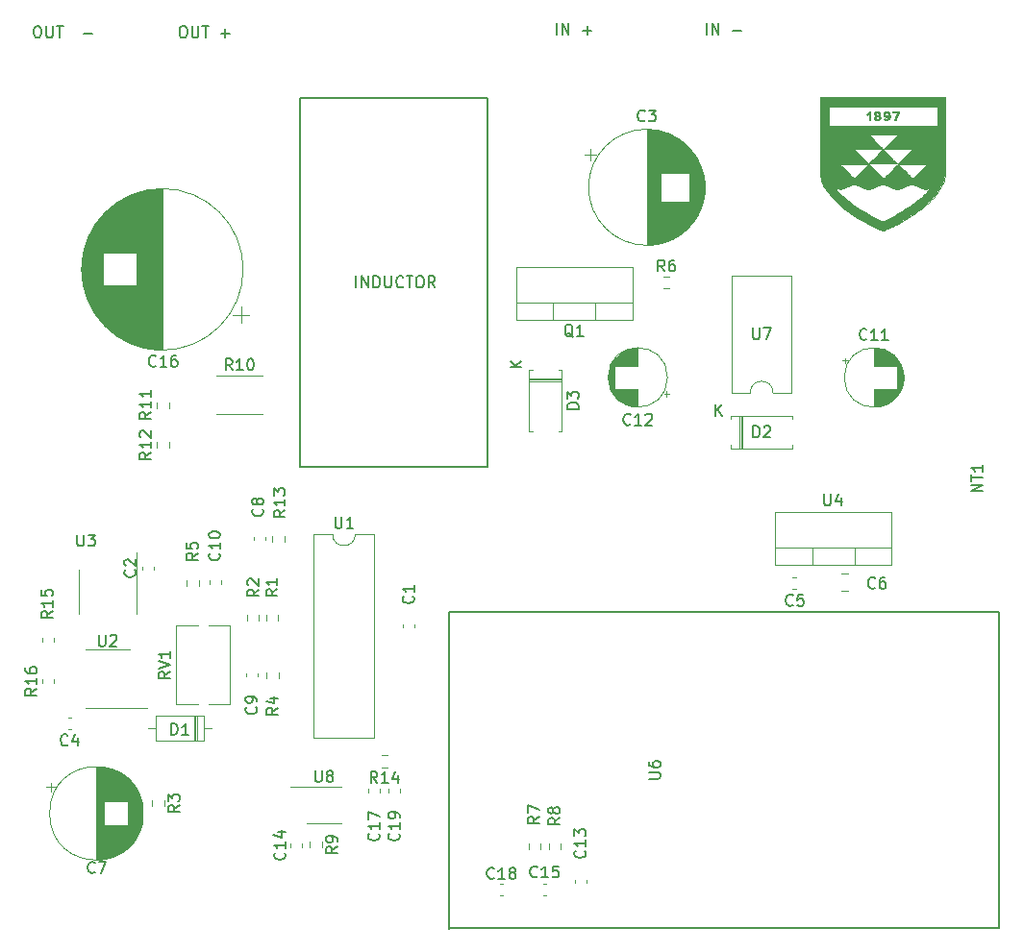
<source format=gbr>
%TF.GenerationSoftware,KiCad,Pcbnew,5.1.10*%
%TF.CreationDate,2021-11-24T03:02:33+13:00*%
%TF.ProjectId,buck_converter,6275636b-5f63-46f6-9e76-65727465722e,rev?*%
%TF.SameCoordinates,Original*%
%TF.FileFunction,Legend,Top*%
%TF.FilePolarity,Positive*%
%FSLAX46Y46*%
G04 Gerber Fmt 4.6, Leading zero omitted, Abs format (unit mm)*
G04 Created by KiCad (PCBNEW 5.1.10) date 2021-11-24 03:02:33*
%MOMM*%
%LPD*%
G01*
G04 APERTURE LIST*
%ADD10C,0.010000*%
%ADD11C,0.120000*%
%ADD12C,0.127000*%
%ADD13C,0.150000*%
G04 APERTURE END LIST*
D10*
%TO.C,G\u002A\u002A\u002A*%
G36*
X-139552325Y125240794D02*
G01*
X-139552715Y125227406D01*
X-139554294Y125213568D01*
X-139557679Y125197663D01*
X-139563485Y125178072D01*
X-139572329Y125153178D01*
X-139584827Y125121363D01*
X-139601594Y125081010D01*
X-139623247Y125030501D01*
X-139650401Y124968218D01*
X-139683672Y124892544D01*
X-139692901Y124871608D01*
X-139723408Y124802614D01*
X-139752026Y124738249D01*
X-139777995Y124680193D01*
X-139800557Y124630131D01*
X-139818950Y124589745D01*
X-139832416Y124560718D01*
X-139840193Y124544732D01*
X-139841609Y124542275D01*
X-139852306Y124537969D01*
X-139874003Y124534575D01*
X-139901989Y124532272D01*
X-139931552Y124531235D01*
X-139957982Y124531640D01*
X-139976566Y124533666D01*
X-139982691Y124536987D01*
X-139979363Y124545598D01*
X-139969869Y124567934D01*
X-139954945Y124602318D01*
X-139935327Y124647074D01*
X-139911749Y124700526D01*
X-139884949Y124760997D01*
X-139855661Y124826810D01*
X-139846608Y124847103D01*
X-139816562Y124914449D01*
X-139788612Y124977166D01*
X-139763521Y125033536D01*
X-139742051Y125081845D01*
X-139724966Y125120375D01*
X-139713026Y125147411D01*
X-139706996Y125161236D01*
X-139706469Y125162508D01*
X-139708624Y125166011D01*
X-139719187Y125168697D01*
X-139739761Y125170654D01*
X-139771950Y125171972D01*
X-139817355Y125172738D01*
X-139877580Y125173042D01*
X-139897403Y125173056D01*
X-140092392Y125173056D01*
X-140092392Y125291196D01*
X-139552325Y125291196D01*
X-139552325Y125240794D01*
G37*
X-139552325Y125240794D02*
X-139552715Y125227406D01*
X-139554294Y125213568D01*
X-139557679Y125197663D01*
X-139563485Y125178072D01*
X-139572329Y125153178D01*
X-139584827Y125121363D01*
X-139601594Y125081010D01*
X-139623247Y125030501D01*
X-139650401Y124968218D01*
X-139683672Y124892544D01*
X-139692901Y124871608D01*
X-139723408Y124802614D01*
X-139752026Y124738249D01*
X-139777995Y124680193D01*
X-139800557Y124630131D01*
X-139818950Y124589745D01*
X-139832416Y124560718D01*
X-139840193Y124544732D01*
X-139841609Y124542275D01*
X-139852306Y124537969D01*
X-139874003Y124534575D01*
X-139901989Y124532272D01*
X-139931552Y124531235D01*
X-139957982Y124531640D01*
X-139976566Y124533666D01*
X-139982691Y124536987D01*
X-139979363Y124545598D01*
X-139969869Y124567934D01*
X-139954945Y124602318D01*
X-139935327Y124647074D01*
X-139911749Y124700526D01*
X-139884949Y124760997D01*
X-139855661Y124826810D01*
X-139846608Y124847103D01*
X-139816562Y124914449D01*
X-139788612Y124977166D01*
X-139763521Y125033536D01*
X-139742051Y125081845D01*
X-139724966Y125120375D01*
X-139713026Y125147411D01*
X-139706996Y125161236D01*
X-139706469Y125162508D01*
X-139708624Y125166011D01*
X-139719187Y125168697D01*
X-139739761Y125170654D01*
X-139771950Y125171972D01*
X-139817355Y125172738D01*
X-139877580Y125173042D01*
X-139897403Y125173056D01*
X-140092392Y125173056D01*
X-140092392Y125291196D01*
X-139552325Y125291196D01*
X-139552325Y125240794D01*
G36*
X-142067010Y125291196D02*
G01*
X-142067010Y124531727D01*
X-142128892Y124531727D01*
X-142159761Y124532445D01*
X-142183676Y124534337D01*
X-142195949Y124537013D01*
X-142196401Y124537353D01*
X-142197739Y124546840D01*
X-142198963Y124571201D01*
X-142200035Y124608435D01*
X-142200915Y124656540D01*
X-142201564Y124713512D01*
X-142201943Y124777349D01*
X-142202026Y124826146D01*
X-142202026Y125109314D01*
X-142261154Y125050640D01*
X-142320282Y124991965D01*
X-142359516Y125031200D01*
X-142398751Y125070434D01*
X-142289840Y125180844D01*
X-142180930Y125291254D01*
X-142067010Y125291196D01*
G37*
X-142067010Y125291196D02*
X-142067010Y124531727D01*
X-142128892Y124531727D01*
X-142159761Y124532445D01*
X-142183676Y124534337D01*
X-142195949Y124537013D01*
X-142196401Y124537353D01*
X-142197739Y124546840D01*
X-142198963Y124571201D01*
X-142200035Y124608435D01*
X-142200915Y124656540D01*
X-142201564Y124713512D01*
X-142201943Y124777349D01*
X-142202026Y124826146D01*
X-142202026Y125109314D01*
X-142261154Y125050640D01*
X-142320282Y124991965D01*
X-142359516Y125031200D01*
X-142398751Y125070434D01*
X-142289840Y125180844D01*
X-142180930Y125291254D01*
X-142067010Y125291196D01*
G36*
X-140593990Y125294611D02*
G01*
X-140562978Y125292153D01*
X-140538478Y125286997D01*
X-140515327Y125278364D01*
X-140510100Y125276012D01*
X-140453455Y125240925D01*
X-140406847Y125192817D01*
X-140370707Y125132544D01*
X-140345467Y125060962D01*
X-140331559Y124978928D01*
X-140328796Y124916440D01*
X-140334999Y124826262D01*
X-140353007Y124746851D01*
X-140382384Y124678751D01*
X-140422695Y124622508D01*
X-140473502Y124578665D01*
X-140534369Y124547766D01*
X-140604862Y124530356D01*
X-140640897Y124527002D01*
X-140677051Y124526538D01*
X-140711125Y124528294D01*
X-140735770Y124531888D01*
X-140735865Y124531911D01*
X-140766084Y124541891D01*
X-140799314Y124556403D01*
X-140830114Y124572700D01*
X-140853040Y124588031D01*
X-140859932Y124594574D01*
X-140866123Y124606183D01*
X-140863673Y124620424D01*
X-140855758Y124636709D01*
X-140841516Y124661165D01*
X-140827521Y124682305D01*
X-140826450Y124683746D01*
X-140812546Y124702179D01*
X-140772453Y124673913D01*
X-140751356Y124659873D01*
X-140733504Y124651458D01*
X-140713314Y124647239D01*
X-140685205Y124645786D01*
X-140662072Y124645647D01*
X-140626168Y124646176D01*
X-140601710Y124648626D01*
X-140583280Y124654289D01*
X-140565458Y124664460D01*
X-140556037Y124670963D01*
X-140517094Y124708507D01*
X-140487304Y124758414D01*
X-140468104Y124818037D01*
X-140464297Y124839680D01*
X-140460552Y124868973D01*
X-140458520Y124890813D01*
X-140458610Y124900722D01*
X-140458693Y124900841D01*
X-140465783Y124897233D01*
X-140480739Y124885035D01*
X-140489955Y124876639D01*
X-140539966Y124839902D01*
X-140595388Y124816748D01*
X-140653556Y124806802D01*
X-140711806Y124809690D01*
X-140767473Y124825037D01*
X-140817895Y124852469D01*
X-140860406Y124891611D01*
X-140887688Y124932558D01*
X-140901742Y124972715D01*
X-140909001Y125021786D01*
X-140909032Y125040688D01*
X-140775672Y125040688D01*
X-140768179Y125000465D01*
X-140759363Y124981465D01*
X-140732620Y124952740D01*
X-140694883Y124932303D01*
X-140650385Y124921160D01*
X-140603359Y124920316D01*
X-140558038Y124930780D01*
X-140553637Y124932540D01*
X-140524623Y124948101D01*
X-140497491Y124968446D01*
X-140476193Y124989965D01*
X-140464678Y125009049D01*
X-140463688Y125014729D01*
X-140470467Y125055448D01*
X-140488663Y125096886D01*
X-140515063Y125133969D01*
X-140546455Y125161622D01*
X-140561938Y125169885D01*
X-140605064Y125180472D01*
X-140650904Y125179384D01*
X-140694910Y125167804D01*
X-140732531Y125146916D01*
X-140758718Y125118720D01*
X-140772507Y125082548D01*
X-140775672Y125040688D01*
X-140909032Y125040688D01*
X-140909086Y125073073D01*
X-140901616Y125119878D01*
X-140898857Y125129104D01*
X-140874275Y125178738D01*
X-140836596Y125223872D01*
X-140789594Y125260357D01*
X-140769280Y125271478D01*
X-140744454Y125282598D01*
X-140722062Y125289571D01*
X-140696749Y125293352D01*
X-140663157Y125294899D01*
X-140636678Y125295152D01*
X-140593990Y125294611D01*
G37*
X-140593990Y125294611D02*
X-140562978Y125292153D01*
X-140538478Y125286997D01*
X-140515327Y125278364D01*
X-140510100Y125276012D01*
X-140453455Y125240925D01*
X-140406847Y125192817D01*
X-140370707Y125132544D01*
X-140345467Y125060962D01*
X-140331559Y124978928D01*
X-140328796Y124916440D01*
X-140334999Y124826262D01*
X-140353007Y124746851D01*
X-140382384Y124678751D01*
X-140422695Y124622508D01*
X-140473502Y124578665D01*
X-140534369Y124547766D01*
X-140604862Y124530356D01*
X-140640897Y124527002D01*
X-140677051Y124526538D01*
X-140711125Y124528294D01*
X-140735770Y124531888D01*
X-140735865Y124531911D01*
X-140766084Y124541891D01*
X-140799314Y124556403D01*
X-140830114Y124572700D01*
X-140853040Y124588031D01*
X-140859932Y124594574D01*
X-140866123Y124606183D01*
X-140863673Y124620424D01*
X-140855758Y124636709D01*
X-140841516Y124661165D01*
X-140827521Y124682305D01*
X-140826450Y124683746D01*
X-140812546Y124702179D01*
X-140772453Y124673913D01*
X-140751356Y124659873D01*
X-140733504Y124651458D01*
X-140713314Y124647239D01*
X-140685205Y124645786D01*
X-140662072Y124645647D01*
X-140626168Y124646176D01*
X-140601710Y124648626D01*
X-140583280Y124654289D01*
X-140565458Y124664460D01*
X-140556037Y124670963D01*
X-140517094Y124708507D01*
X-140487304Y124758414D01*
X-140468104Y124818037D01*
X-140464297Y124839680D01*
X-140460552Y124868973D01*
X-140458520Y124890813D01*
X-140458610Y124900722D01*
X-140458693Y124900841D01*
X-140465783Y124897233D01*
X-140480739Y124885035D01*
X-140489955Y124876639D01*
X-140539966Y124839902D01*
X-140595388Y124816748D01*
X-140653556Y124806802D01*
X-140711806Y124809690D01*
X-140767473Y124825037D01*
X-140817895Y124852469D01*
X-140860406Y124891611D01*
X-140887688Y124932558D01*
X-140901742Y124972715D01*
X-140909001Y125021786D01*
X-140909032Y125040688D01*
X-140775672Y125040688D01*
X-140768179Y125000465D01*
X-140759363Y124981465D01*
X-140732620Y124952740D01*
X-140694883Y124932303D01*
X-140650385Y124921160D01*
X-140603359Y124920316D01*
X-140558038Y124930780D01*
X-140553637Y124932540D01*
X-140524623Y124948101D01*
X-140497491Y124968446D01*
X-140476193Y124989965D01*
X-140464678Y125009049D01*
X-140463688Y125014729D01*
X-140470467Y125055448D01*
X-140488663Y125096886D01*
X-140515063Y125133969D01*
X-140546455Y125161622D01*
X-140561938Y125169885D01*
X-140605064Y125180472D01*
X-140650904Y125179384D01*
X-140694910Y125167804D01*
X-140732531Y125146916D01*
X-140758718Y125118720D01*
X-140772507Y125082548D01*
X-140775672Y125040688D01*
X-140909032Y125040688D01*
X-140909086Y125073073D01*
X-140901616Y125119878D01*
X-140898857Y125129104D01*
X-140874275Y125178738D01*
X-140836596Y125223872D01*
X-140789594Y125260357D01*
X-140769280Y125271478D01*
X-140744454Y125282598D01*
X-140722062Y125289571D01*
X-140696749Y125293352D01*
X-140663157Y125294899D01*
X-140636678Y125295152D01*
X-140593990Y125294611D01*
G36*
X-141433904Y125294992D02*
G01*
X-141374732Y125287632D01*
X-141328638Y125274729D01*
X-141275643Y125247153D01*
X-141234498Y125211478D01*
X-141206339Y125169633D01*
X-141192296Y125123546D01*
X-141193503Y125075146D01*
X-141199006Y125054066D01*
X-141221939Y125008362D01*
X-141257871Y124971518D01*
X-141293572Y124948987D01*
X-141339871Y124924747D01*
X-141300500Y124902231D01*
X-141247655Y124864619D01*
X-141209886Y124821131D01*
X-141187661Y124772460D01*
X-141181334Y124725813D01*
X-141189327Y124674139D01*
X-141212701Y124628016D01*
X-141250549Y124588574D01*
X-141301963Y124556945D01*
X-141324418Y124547382D01*
X-141368337Y124535457D01*
X-141422054Y124528084D01*
X-141479079Y124525562D01*
X-141532926Y124528192D01*
X-141575459Y124535799D01*
X-141638891Y124558875D01*
X-141687695Y124588692D01*
X-141723080Y124626154D01*
X-141741678Y124660144D01*
X-141754244Y124710482D01*
X-141752853Y124730551D01*
X-141619520Y124730551D01*
X-141606173Y124698371D01*
X-141579164Y124670564D01*
X-141550108Y124653992D01*
X-141519106Y124645838D01*
X-141479070Y124642328D01*
X-141437199Y124643477D01*
X-141400688Y124649302D01*
X-141387517Y124653622D01*
X-141348335Y124676196D01*
X-141324644Y124704937D01*
X-141316030Y124740364D01*
X-141315980Y124743614D01*
X-141318038Y124767450D01*
X-141326503Y124786047D01*
X-141344810Y124806452D01*
X-141348203Y124809711D01*
X-141390021Y124839292D01*
X-141438323Y124856908D01*
X-141473072Y124860748D01*
X-141502182Y124855439D01*
X-141536893Y124841877D01*
X-141570507Y124823366D01*
X-141596324Y124803207D01*
X-141601446Y124797460D01*
X-141618259Y124764462D01*
X-141619520Y124730551D01*
X-141752853Y124730551D01*
X-141750773Y124760556D01*
X-141732042Y124808647D01*
X-141698828Y124853037D01*
X-141651909Y124892007D01*
X-141630988Y124904846D01*
X-141595797Y124924705D01*
X-141642797Y124949313D01*
X-141689139Y124981657D01*
X-141721392Y125021953D01*
X-141738814Y125068561D01*
X-141739500Y125087602D01*
X-141610264Y125087602D01*
X-141606755Y125056282D01*
X-141587256Y125028842D01*
X-141551442Y125004575D01*
X-141540600Y124999245D01*
X-141510483Y124987721D01*
X-141481150Y124980445D01*
X-141467874Y124979134D01*
X-141443101Y124982789D01*
X-141412371Y124992122D01*
X-141395147Y124999245D01*
X-141355444Y125022868D01*
X-141332133Y125049497D01*
X-141324888Y125079840D01*
X-141333382Y125114602D01*
X-141337636Y125123507D01*
X-141360011Y125149673D01*
X-141393340Y125167880D01*
X-141433695Y125178130D01*
X-141477146Y125180423D01*
X-141519764Y125174757D01*
X-141557620Y125161134D01*
X-141586786Y125139553D01*
X-141598111Y125123507D01*
X-141610264Y125087602D01*
X-141739500Y125087602D01*
X-141740662Y125119841D01*
X-141734222Y125151369D01*
X-141712541Y125197543D01*
X-141676438Y125235839D01*
X-141625499Y125266656D01*
X-141606104Y125274961D01*
X-141555786Y125288662D01*
X-141496321Y125295337D01*
X-141433904Y125294992D01*
G37*
X-141433904Y125294992D02*
X-141374732Y125287632D01*
X-141328638Y125274729D01*
X-141275643Y125247153D01*
X-141234498Y125211478D01*
X-141206339Y125169633D01*
X-141192296Y125123546D01*
X-141193503Y125075146D01*
X-141199006Y125054066D01*
X-141221939Y125008362D01*
X-141257871Y124971518D01*
X-141293572Y124948987D01*
X-141339871Y124924747D01*
X-141300500Y124902231D01*
X-141247655Y124864619D01*
X-141209886Y124821131D01*
X-141187661Y124772460D01*
X-141181334Y124725813D01*
X-141189327Y124674139D01*
X-141212701Y124628016D01*
X-141250549Y124588574D01*
X-141301963Y124556945D01*
X-141324418Y124547382D01*
X-141368337Y124535457D01*
X-141422054Y124528084D01*
X-141479079Y124525562D01*
X-141532926Y124528192D01*
X-141575459Y124535799D01*
X-141638891Y124558875D01*
X-141687695Y124588692D01*
X-141723080Y124626154D01*
X-141741678Y124660144D01*
X-141754244Y124710482D01*
X-141752853Y124730551D01*
X-141619520Y124730551D01*
X-141606173Y124698371D01*
X-141579164Y124670564D01*
X-141550108Y124653992D01*
X-141519106Y124645838D01*
X-141479070Y124642328D01*
X-141437199Y124643477D01*
X-141400688Y124649302D01*
X-141387517Y124653622D01*
X-141348335Y124676196D01*
X-141324644Y124704937D01*
X-141316030Y124740364D01*
X-141315980Y124743614D01*
X-141318038Y124767450D01*
X-141326503Y124786047D01*
X-141344810Y124806452D01*
X-141348203Y124809711D01*
X-141390021Y124839292D01*
X-141438323Y124856908D01*
X-141473072Y124860748D01*
X-141502182Y124855439D01*
X-141536893Y124841877D01*
X-141570507Y124823366D01*
X-141596324Y124803207D01*
X-141601446Y124797460D01*
X-141618259Y124764462D01*
X-141619520Y124730551D01*
X-141752853Y124730551D01*
X-141750773Y124760556D01*
X-141732042Y124808647D01*
X-141698828Y124853037D01*
X-141651909Y124892007D01*
X-141630988Y124904846D01*
X-141595797Y124924705D01*
X-141642797Y124949313D01*
X-141689139Y124981657D01*
X-141721392Y125021953D01*
X-141738814Y125068561D01*
X-141739500Y125087602D01*
X-141610264Y125087602D01*
X-141606755Y125056282D01*
X-141587256Y125028842D01*
X-141551442Y125004575D01*
X-141540600Y124999245D01*
X-141510483Y124987721D01*
X-141481150Y124980445D01*
X-141467874Y124979134D01*
X-141443101Y124982789D01*
X-141412371Y124992122D01*
X-141395147Y124999245D01*
X-141355444Y125022868D01*
X-141332133Y125049497D01*
X-141324888Y125079840D01*
X-141333382Y125114602D01*
X-141337636Y125123507D01*
X-141360011Y125149673D01*
X-141393340Y125167880D01*
X-141433695Y125178130D01*
X-141477146Y125180423D01*
X-141519764Y125174757D01*
X-141557620Y125161134D01*
X-141586786Y125139553D01*
X-141598111Y125123507D01*
X-141610264Y125087602D01*
X-141739500Y125087602D01*
X-141740662Y125119841D01*
X-141734222Y125151369D01*
X-141712541Y125197543D01*
X-141676438Y125235839D01*
X-141625499Y125266656D01*
X-141606104Y125274961D01*
X-141555786Y125288662D01*
X-141496321Y125295337D01*
X-141433904Y125294992D01*
G36*
X-135434319Y123221592D02*
G01*
X-135434324Y122936383D01*
X-135434343Y122667557D01*
X-135434375Y122414623D01*
X-135434424Y122177087D01*
X-135434491Y121954457D01*
X-135434578Y121746239D01*
X-135434686Y121551942D01*
X-135434818Y121371071D01*
X-135434976Y121203134D01*
X-135435161Y121047639D01*
X-135435374Y120904092D01*
X-135435619Y120772000D01*
X-135435896Y120650871D01*
X-135436209Y120540212D01*
X-135436557Y120439529D01*
X-135436944Y120348331D01*
X-135437370Y120266123D01*
X-135437839Y120192414D01*
X-135438351Y120126710D01*
X-135438910Y120068519D01*
X-135439515Y120017347D01*
X-135440170Y119972702D01*
X-135440875Y119934090D01*
X-135441634Y119901020D01*
X-135442448Y119872998D01*
X-135443318Y119849531D01*
X-135444246Y119830126D01*
X-135445235Y119814291D01*
X-135446286Y119801533D01*
X-135447082Y119793976D01*
X-135479808Y119586020D01*
X-135529379Y119377577D01*
X-135595769Y119168683D01*
X-135678953Y118959374D01*
X-135778908Y118749686D01*
X-135895607Y118539655D01*
X-136029026Y118329317D01*
X-136179141Y118118707D01*
X-136345926Y117907863D01*
X-136529358Y117696819D01*
X-136729410Y117485612D01*
X-136946058Y117274278D01*
X-137179278Y117062852D01*
X-137429044Y116851372D01*
X-137532763Y116767424D01*
X-137812357Y116551337D01*
X-138107687Y116337379D01*
X-138417675Y116126241D01*
X-138741241Y115918615D01*
X-139077306Y115715194D01*
X-139424791Y115516669D01*
X-139782616Y115323733D01*
X-139789719Y115320015D01*
X-139892198Y115267092D01*
X-139996960Y115214272D01*
X-140102727Y115162122D01*
X-140208218Y115111209D01*
X-140312157Y115062099D01*
X-140413264Y115015358D01*
X-140510261Y114971553D01*
X-140601869Y114931249D01*
X-140686811Y114895014D01*
X-140763807Y114863412D01*
X-140831578Y114837011D01*
X-140888847Y114816378D01*
X-140934335Y114802077D01*
X-140966764Y114794676D01*
X-140977860Y114793741D01*
X-140990898Y114796406D01*
X-141015986Y114803555D01*
X-141049267Y114814034D01*
X-141079701Y114824213D01*
X-141149879Y114849797D01*
X-141232896Y114882678D01*
X-141326820Y114921981D01*
X-141429721Y114966834D01*
X-141539671Y115016361D01*
X-141654740Y115069689D01*
X-141772997Y115125943D01*
X-141892513Y115184251D01*
X-142011358Y115243736D01*
X-142054352Y115265654D01*
X-142388091Y115441487D01*
X-142712865Y115622298D01*
X-143028058Y115807624D01*
X-143333056Y115997003D01*
X-143627243Y116189973D01*
X-143910004Y116386071D01*
X-144180725Y116584835D01*
X-144438789Y116785801D01*
X-144683583Y116988507D01*
X-144914490Y117192492D01*
X-145130897Y117397292D01*
X-145332186Y117602445D01*
X-145517745Y117807488D01*
X-145657544Y117974983D01*
X-145818759Y118185946D01*
X-145963162Y118396176D01*
X-146090800Y118605774D01*
X-146107448Y118637153D01*
X-145202263Y118637153D01*
X-145195855Y118625956D01*
X-145182878Y118606733D01*
X-145135477Y118541465D01*
X-145076885Y118467092D01*
X-145008777Y118385431D01*
X-144932829Y118298300D01*
X-144850716Y118207516D01*
X-144764112Y118114897D01*
X-144674694Y118022260D01*
X-144584136Y117931422D01*
X-144494113Y117844202D01*
X-144406301Y117762415D01*
X-144396046Y117753102D01*
X-144147770Y117536615D01*
X-143883306Y117322078D01*
X-143603277Y117109910D01*
X-143308302Y116900532D01*
X-142999003Y116694363D01*
X-142676001Y116491823D01*
X-142339915Y116293332D01*
X-141991367Y116099310D01*
X-141801196Y115998119D01*
X-141735479Y115964123D01*
X-141663062Y115927414D01*
X-141585872Y115888910D01*
X-141505833Y115849527D01*
X-141424872Y115810182D01*
X-141344914Y115771793D01*
X-141267884Y115735277D01*
X-141195707Y115701550D01*
X-141130311Y115671530D01*
X-141073618Y115646133D01*
X-141027557Y115626277D01*
X-140994051Y115612878D01*
X-140986877Y115610303D01*
X-140980944Y115608987D01*
X-140973126Y115609455D01*
X-140961386Y115612478D01*
X-140943684Y115618825D01*
X-140917983Y115629268D01*
X-140882243Y115644575D01*
X-140834426Y115665518D01*
X-140797010Y115682029D01*
X-140746742Y115704844D01*
X-140684017Y115734279D01*
X-140611320Y115769100D01*
X-140531132Y115808073D01*
X-140445935Y115849963D01*
X-140358213Y115893538D01*
X-140270448Y115937563D01*
X-140185122Y115980804D01*
X-140104718Y116022027D01*
X-140031718Y116059999D01*
X-139968606Y116093485D01*
X-139961595Y116097262D01*
X-139598180Y116299613D01*
X-139247983Y116507159D01*
X-138911552Y116719528D01*
X-138589436Y116936346D01*
X-138282186Y117157243D01*
X-137990349Y117381845D01*
X-137714475Y117609781D01*
X-137657874Y117658688D01*
X-137600622Y117709783D01*
X-137535766Y117769777D01*
X-137465471Y117836506D01*
X-137391906Y117907807D01*
X-137317235Y117981516D01*
X-137243626Y118055469D01*
X-137173244Y118127504D01*
X-137108257Y118195457D01*
X-137050830Y118257165D01*
X-137003130Y118310463D01*
X-136990451Y118325182D01*
X-136954906Y118367438D01*
X-136917118Y118413240D01*
X-136878940Y118460253D01*
X-136842224Y118506141D01*
X-136808826Y118548567D01*
X-136780599Y118585197D01*
X-136759396Y118613693D01*
X-136747071Y118631720D01*
X-136746675Y118632383D01*
X-136743594Y118637890D01*
X-136743725Y118640154D01*
X-136749206Y118638016D01*
X-136762173Y118630315D01*
X-136784762Y118615889D01*
X-136819111Y118593578D01*
X-136824227Y118590249D01*
X-136920273Y118536195D01*
X-137017750Y118498490D01*
X-137118383Y118476610D01*
X-137219070Y118470003D01*
X-137280493Y118471814D01*
X-137339306Y118477437D01*
X-137397741Y118487572D01*
X-137458032Y118502921D01*
X-137522413Y118524182D01*
X-137593117Y118552058D01*
X-137672379Y118587248D01*
X-137762432Y118630452D01*
X-137815839Y118657111D01*
X-137903472Y118700570D01*
X-137979027Y118736243D01*
X-138044884Y118765053D01*
X-138103423Y118787922D01*
X-138157022Y118805771D01*
X-138208062Y118819524D01*
X-138258921Y118830102D01*
X-138264998Y118831180D01*
X-138373832Y118842850D01*
X-138488349Y118841712D01*
X-138603707Y118828152D01*
X-138715065Y118802556D01*
X-138746213Y118792839D01*
X-138774380Y118782269D01*
X-138814748Y118765447D01*
X-138864420Y118743666D01*
X-138920500Y118718218D01*
X-138980092Y118690396D01*
X-139037723Y118662747D01*
X-139145682Y118611558D01*
X-139241691Y118569147D01*
X-139327838Y118534924D01*
X-139406211Y118508298D01*
X-139478897Y118488679D01*
X-139547985Y118475477D01*
X-139615563Y118468102D01*
X-139683717Y118465962D01*
X-139729535Y118467109D01*
X-139794475Y118471436D01*
X-139855614Y118478878D01*
X-139915455Y118490204D01*
X-139976500Y118506182D01*
X-140041253Y118527581D01*
X-140112217Y118555169D01*
X-140191894Y118589716D01*
X-140282788Y118631988D01*
X-140311794Y118645895D01*
X-140390952Y118683803D01*
X-140457434Y118714979D01*
X-140513591Y118740378D01*
X-140561772Y118760953D01*
X-140604326Y118777659D01*
X-140643605Y118791450D01*
X-140681957Y118803281D01*
X-140721733Y118814105D01*
X-140733211Y118817026D01*
X-140767826Y118825326D01*
X-140798116Y118831305D01*
X-140828091Y118835340D01*
X-140861759Y118837805D01*
X-140903130Y118839075D01*
X-140956212Y118839525D01*
X-140974219Y118839555D01*
X-141030828Y118839387D01*
X-141074508Y118838532D01*
X-141109204Y118836615D01*
X-141138861Y118833261D01*
X-141167426Y118828093D01*
X-141198842Y118820737D01*
X-141214717Y118816676D01*
X-141257388Y118805119D01*
X-141297368Y118793062D01*
X-141337127Y118779505D01*
X-141379135Y118763448D01*
X-141425862Y118743893D01*
X-141479779Y118719841D01*
X-141543355Y118690292D01*
X-141619061Y118654248D01*
X-141633795Y118647172D01*
X-141727559Y118602944D01*
X-141809231Y118566507D01*
X-141881273Y118537104D01*
X-141946145Y118513977D01*
X-142006308Y118496369D01*
X-142064222Y118483524D01*
X-142122348Y118474682D01*
X-142183147Y118469088D01*
X-142218903Y118467109D01*
X-142287864Y118466116D01*
X-142354784Y118469853D01*
X-142421753Y118478910D01*
X-142490861Y118493876D01*
X-142564197Y118515344D01*
X-142643850Y118543902D01*
X-142731909Y118580141D01*
X-142830464Y118624653D01*
X-142909215Y118662214D01*
X-142969646Y118691125D01*
X-143029310Y118718900D01*
X-143085328Y118744255D01*
X-143134819Y118765907D01*
X-143174901Y118782571D01*
X-143202225Y118792807D01*
X-143311404Y118821862D01*
X-143426045Y118838998D01*
X-143541295Y118843828D01*
X-143652300Y118835965D01*
X-143683440Y118831180D01*
X-143736138Y118820519D01*
X-143788823Y118806573D01*
X-143843959Y118788394D01*
X-143904015Y118765032D01*
X-143971458Y118735538D01*
X-144048754Y118698965D01*
X-144122887Y118662187D01*
X-144217201Y118615538D01*
X-144299504Y118576955D01*
X-144372145Y118545629D01*
X-144437471Y118520756D01*
X-144497830Y118501528D01*
X-144555570Y118487140D01*
X-144613037Y118476784D01*
X-144672580Y118469655D01*
X-144687176Y118468357D01*
X-144776739Y118468709D01*
X-144870873Y118483793D01*
X-144967359Y118512890D01*
X-145063979Y118555280D01*
X-145158515Y118610244D01*
X-145188945Y118631068D01*
X-145199798Y118638208D01*
X-145202263Y118637153D01*
X-146107448Y118637153D01*
X-146201718Y118814836D01*
X-146295962Y119023462D01*
X-146373577Y119231751D01*
X-146434609Y119439801D01*
X-146479103Y119647711D01*
X-146501448Y119801875D01*
X-146502539Y119812835D01*
X-146503566Y119826615D01*
X-146504532Y119843709D01*
X-146505439Y119864608D01*
X-146506288Y119889803D01*
X-146507081Y119919788D01*
X-146507820Y119955055D01*
X-146508507Y119996095D01*
X-146509144Y120043400D01*
X-146509732Y120097463D01*
X-146510274Y120158776D01*
X-146510771Y120227831D01*
X-146511225Y120305120D01*
X-146511637Y120391134D01*
X-146512010Y120486368D01*
X-146512346Y120591311D01*
X-146512531Y120662657D01*
X-144775615Y120662657D01*
X-144140698Y120019362D01*
X-144054948Y119932521D01*
X-143972523Y119849127D01*
X-143894198Y119769957D01*
X-143820744Y119695790D01*
X-143752936Y119627405D01*
X-143691546Y119565578D01*
X-143637348Y119511088D01*
X-143591115Y119464714D01*
X-143553619Y119427232D01*
X-143525635Y119399422D01*
X-143507935Y119382060D01*
X-143501293Y119375926D01*
X-143501278Y119375924D01*
X-143494840Y119381758D01*
X-143477274Y119398786D01*
X-143449356Y119426236D01*
X-143411861Y119463334D01*
X-143365563Y119509310D01*
X-143311237Y119563391D01*
X-143249659Y119624805D01*
X-143181602Y119692779D01*
X-143107842Y119766542D01*
X-143029154Y119845322D01*
X-142946312Y119928345D01*
X-142860092Y120014841D01*
X-142855730Y120019219D01*
X-142214684Y120662657D01*
X-142853241Y120664820D01*
X-142978856Y120665174D01*
X-143117590Y120665439D01*
X-143265684Y120665615D01*
X-143419379Y120665702D01*
X-143574917Y120665699D01*
X-143728540Y120665608D01*
X-143876488Y120665427D01*
X-144015004Y120665157D01*
X-144133706Y120664820D01*
X-144775615Y120662657D01*
X-146512531Y120662657D01*
X-146512646Y120706457D01*
X-146512911Y120832298D01*
X-146513145Y120969325D01*
X-146513349Y121118032D01*
X-146513524Y121278909D01*
X-146513672Y121452449D01*
X-146513796Y121639144D01*
X-146513896Y121839487D01*
X-146513943Y121966411D01*
X-143488289Y121966411D01*
X-143340529Y121816627D01*
X-143245893Y121720726D01*
X-143146546Y121620106D01*
X-143043100Y121515388D01*
X-142936170Y121407189D01*
X-142826369Y121296129D01*
X-142714312Y121182828D01*
X-142600611Y121067903D01*
X-142485881Y120951974D01*
X-142370735Y120835660D01*
X-142255788Y120719581D01*
X-142141652Y120604353D01*
X-142028942Y120490598D01*
X-141918272Y120378934D01*
X-141810255Y120269980D01*
X-141705504Y120164354D01*
X-141604635Y120062676D01*
X-141508260Y119965565D01*
X-141416993Y119873640D01*
X-141331448Y119787519D01*
X-141252238Y119707822D01*
X-141179979Y119635168D01*
X-141115282Y119570176D01*
X-141058763Y119513464D01*
X-141011034Y119465652D01*
X-140972710Y119427359D01*
X-140944403Y119399203D01*
X-140926729Y119381804D01*
X-140920301Y119375781D01*
X-140920295Y119375780D01*
X-140913189Y119381556D01*
X-140895717Y119397921D01*
X-140869352Y119423434D01*
X-140835565Y119456653D01*
X-140795826Y119496138D01*
X-140751607Y119540446D01*
X-140728694Y119563538D01*
X-140703051Y119589428D01*
X-140666256Y119626576D01*
X-140619035Y119674248D01*
X-140562114Y119731714D01*
X-140496219Y119798239D01*
X-140422074Y119873092D01*
X-140340405Y119955540D01*
X-140251939Y120044851D01*
X-140157401Y120140291D01*
X-140057516Y120241128D01*
X-139953010Y120346630D01*
X-139844609Y120456065D01*
X-139733038Y120568699D01*
X-139635786Y120666877D01*
X-139632398Y120666877D01*
X-139345540Y120377857D01*
X-139214192Y120245537D01*
X-139094248Y120124744D01*
X-138985241Y120015012D01*
X-138886701Y119915873D01*
X-138798161Y119826859D01*
X-138719153Y119747503D01*
X-138649209Y119677338D01*
X-138587860Y119615895D01*
X-138534638Y119562707D01*
X-138489076Y119517308D01*
X-138450704Y119479229D01*
X-138419056Y119448003D01*
X-138393662Y119423162D01*
X-138374056Y119404240D01*
X-138359768Y119390768D01*
X-138350330Y119382280D01*
X-138345275Y119378307D01*
X-138344182Y119377881D01*
X-138337588Y119384035D01*
X-138319890Y119401398D01*
X-138291864Y119429193D01*
X-138254285Y119466641D01*
X-138207932Y119512964D01*
X-138153578Y119567385D01*
X-138092002Y119629126D01*
X-138023978Y119697409D01*
X-137950284Y119771456D01*
X-137871695Y119850490D01*
X-137788988Y119933732D01*
X-137702939Y120020406D01*
X-137699930Y120023438D01*
X-137061386Y120666877D01*
X-139632398Y120666877D01*
X-139635786Y120666877D01*
X-139619023Y120683799D01*
X-139503290Y120800635D01*
X-139447710Y120856744D01*
X-138352687Y121962192D01*
X-139637419Y121966411D01*
X-140922151Y121970631D01*
X-139644575Y123261727D01*
X-140281309Y123263890D01*
X-140406387Y123264243D01*
X-140544605Y123264508D01*
X-140692224Y123264684D01*
X-140845508Y123264771D01*
X-141000719Y123264770D01*
X-141154119Y123264679D01*
X-141301972Y123264499D01*
X-141440538Y123264231D01*
X-141561294Y123263890D01*
X-142204545Y123261727D01*
X-141565510Y122616219D01*
X-141462173Y122511775D01*
X-141370192Y122418668D01*
X-141288992Y122336297D01*
X-141217998Y122264061D01*
X-141156635Y122201360D01*
X-141104329Y122147593D01*
X-141060506Y122102159D01*
X-141024589Y122064457D01*
X-140996005Y122033888D01*
X-140974179Y122009849D01*
X-140958536Y121991741D01*
X-140948502Y121978962D01*
X-140943501Y121970912D01*
X-140942958Y121966991D01*
X-140943831Y121966451D01*
X-140944910Y121963967D01*
X-140941737Y121957584D01*
X-140933727Y121946694D01*
X-140920298Y121930686D01*
X-140900865Y121908951D01*
X-140874846Y121880878D01*
X-140841658Y121845859D01*
X-140800717Y121803283D01*
X-140751440Y121752540D01*
X-140693244Y121693021D01*
X-140625545Y121624116D01*
X-140547760Y121545215D01*
X-140459306Y121455708D01*
X-140359599Y121354985D01*
X-140341142Y121336354D01*
X-140256378Y121250752D01*
X-140175035Y121168514D01*
X-140097892Y121090433D01*
X-140025729Y121017303D01*
X-139959325Y120949915D01*
X-139899459Y120889063D01*
X-139846911Y120835539D01*
X-139802459Y120790136D01*
X-139766883Y120753647D01*
X-139740962Y120726864D01*
X-139725475Y120710580D01*
X-139721096Y120705573D01*
X-139729380Y120705005D01*
X-139753615Y120704456D01*
X-139792872Y120703929D01*
X-139846227Y120703427D01*
X-139912751Y120702955D01*
X-139991518Y120702516D01*
X-140081601Y120702114D01*
X-140182073Y120701752D01*
X-140292008Y120701434D01*
X-140410478Y120701163D01*
X-140536557Y120700944D01*
X-140669318Y120700780D01*
X-140807834Y120700675D01*
X-140951178Y120700632D01*
X-140974922Y120700631D01*
X-141148473Y120700683D01*
X-141310887Y120700840D01*
X-141461688Y120701096D01*
X-141600397Y120701450D01*
X-141726539Y120701898D01*
X-141839635Y120702437D01*
X-141939208Y120703065D01*
X-142024781Y120703778D01*
X-142095877Y120704573D01*
X-142152018Y120705448D01*
X-142192727Y120706398D01*
X-142217527Y120707422D01*
X-142225940Y120708516D01*
X-142225936Y120708547D01*
X-142219731Y120715511D01*
X-142202427Y120733655D01*
X-142174813Y120762176D01*
X-142137677Y120800273D01*
X-142091804Y120847145D01*
X-142037984Y120901988D01*
X-141977004Y120964002D01*
X-141909651Y121032384D01*
X-141836713Y121106332D01*
X-141758978Y121185045D01*
X-141677233Y121267721D01*
X-141609219Y121336439D01*
X-141524894Y121421645D01*
X-141443993Y121503484D01*
X-141367299Y121581158D01*
X-141295595Y121653870D01*
X-141229664Y121720825D01*
X-141170288Y121781224D01*
X-141118250Y121834270D01*
X-141074333Y121879168D01*
X-141039320Y121915119D01*
X-141013994Y121941327D01*
X-140999137Y121956996D01*
X-140995315Y121961413D01*
X-141003599Y121961989D01*
X-141027830Y121962546D01*
X-141067079Y121963080D01*
X-141120417Y121963589D01*
X-141186913Y121964067D01*
X-141265639Y121964512D01*
X-141355664Y121964920D01*
X-141456060Y121965286D01*
X-141565896Y121965607D01*
X-141684243Y121965880D01*
X-141810172Y121966101D01*
X-141942752Y121966265D01*
X-142081056Y121966370D01*
X-142224152Y121966411D01*
X-143488289Y121966411D01*
X-146513943Y121966411D01*
X-146513976Y122053969D01*
X-146514036Y122283082D01*
X-146514078Y122527319D01*
X-146514105Y122787172D01*
X-146514118Y123063133D01*
X-146514119Y123225812D01*
X-146514119Y125738438D01*
X-145754651Y125738438D01*
X-145754651Y124025415D01*
X-136193787Y124025415D01*
X-136193787Y125738438D01*
X-145754651Y125738438D01*
X-146514119Y125738438D01*
X-146514119Y126540099D01*
X-135434319Y126540099D01*
X-135434319Y123221592D01*
G37*
X-135434319Y123221592D02*
X-135434324Y122936383D01*
X-135434343Y122667557D01*
X-135434375Y122414623D01*
X-135434424Y122177087D01*
X-135434491Y121954457D01*
X-135434578Y121746239D01*
X-135434686Y121551942D01*
X-135434818Y121371071D01*
X-135434976Y121203134D01*
X-135435161Y121047639D01*
X-135435374Y120904092D01*
X-135435619Y120772000D01*
X-135435896Y120650871D01*
X-135436209Y120540212D01*
X-135436557Y120439529D01*
X-135436944Y120348331D01*
X-135437370Y120266123D01*
X-135437839Y120192414D01*
X-135438351Y120126710D01*
X-135438910Y120068519D01*
X-135439515Y120017347D01*
X-135440170Y119972702D01*
X-135440875Y119934090D01*
X-135441634Y119901020D01*
X-135442448Y119872998D01*
X-135443318Y119849531D01*
X-135444246Y119830126D01*
X-135445235Y119814291D01*
X-135446286Y119801533D01*
X-135447082Y119793976D01*
X-135479808Y119586020D01*
X-135529379Y119377577D01*
X-135595769Y119168683D01*
X-135678953Y118959374D01*
X-135778908Y118749686D01*
X-135895607Y118539655D01*
X-136029026Y118329317D01*
X-136179141Y118118707D01*
X-136345926Y117907863D01*
X-136529358Y117696819D01*
X-136729410Y117485612D01*
X-136946058Y117274278D01*
X-137179278Y117062852D01*
X-137429044Y116851372D01*
X-137532763Y116767424D01*
X-137812357Y116551337D01*
X-138107687Y116337379D01*
X-138417675Y116126241D01*
X-138741241Y115918615D01*
X-139077306Y115715194D01*
X-139424791Y115516669D01*
X-139782616Y115323733D01*
X-139789719Y115320015D01*
X-139892198Y115267092D01*
X-139996960Y115214272D01*
X-140102727Y115162122D01*
X-140208218Y115111209D01*
X-140312157Y115062099D01*
X-140413264Y115015358D01*
X-140510261Y114971553D01*
X-140601869Y114931249D01*
X-140686811Y114895014D01*
X-140763807Y114863412D01*
X-140831578Y114837011D01*
X-140888847Y114816378D01*
X-140934335Y114802077D01*
X-140966764Y114794676D01*
X-140977860Y114793741D01*
X-140990898Y114796406D01*
X-141015986Y114803555D01*
X-141049267Y114814034D01*
X-141079701Y114824213D01*
X-141149879Y114849797D01*
X-141232896Y114882678D01*
X-141326820Y114921981D01*
X-141429721Y114966834D01*
X-141539671Y115016361D01*
X-141654740Y115069689D01*
X-141772997Y115125943D01*
X-141892513Y115184251D01*
X-142011358Y115243736D01*
X-142054352Y115265654D01*
X-142388091Y115441487D01*
X-142712865Y115622298D01*
X-143028058Y115807624D01*
X-143333056Y115997003D01*
X-143627243Y116189973D01*
X-143910004Y116386071D01*
X-144180725Y116584835D01*
X-144438789Y116785801D01*
X-144683583Y116988507D01*
X-144914490Y117192492D01*
X-145130897Y117397292D01*
X-145332186Y117602445D01*
X-145517745Y117807488D01*
X-145657544Y117974983D01*
X-145818759Y118185946D01*
X-145963162Y118396176D01*
X-146090800Y118605774D01*
X-146107448Y118637153D01*
X-145202263Y118637153D01*
X-145195855Y118625956D01*
X-145182878Y118606733D01*
X-145135477Y118541465D01*
X-145076885Y118467092D01*
X-145008777Y118385431D01*
X-144932829Y118298300D01*
X-144850716Y118207516D01*
X-144764112Y118114897D01*
X-144674694Y118022260D01*
X-144584136Y117931422D01*
X-144494113Y117844202D01*
X-144406301Y117762415D01*
X-144396046Y117753102D01*
X-144147770Y117536615D01*
X-143883306Y117322078D01*
X-143603277Y117109910D01*
X-143308302Y116900532D01*
X-142999003Y116694363D01*
X-142676001Y116491823D01*
X-142339915Y116293332D01*
X-141991367Y116099310D01*
X-141801196Y115998119D01*
X-141735479Y115964123D01*
X-141663062Y115927414D01*
X-141585872Y115888910D01*
X-141505833Y115849527D01*
X-141424872Y115810182D01*
X-141344914Y115771793D01*
X-141267884Y115735277D01*
X-141195707Y115701550D01*
X-141130311Y115671530D01*
X-141073618Y115646133D01*
X-141027557Y115626277D01*
X-140994051Y115612878D01*
X-140986877Y115610303D01*
X-140980944Y115608987D01*
X-140973126Y115609455D01*
X-140961386Y115612478D01*
X-140943684Y115618825D01*
X-140917983Y115629268D01*
X-140882243Y115644575D01*
X-140834426Y115665518D01*
X-140797010Y115682029D01*
X-140746742Y115704844D01*
X-140684017Y115734279D01*
X-140611320Y115769100D01*
X-140531132Y115808073D01*
X-140445935Y115849963D01*
X-140358213Y115893538D01*
X-140270448Y115937563D01*
X-140185122Y115980804D01*
X-140104718Y116022027D01*
X-140031718Y116059999D01*
X-139968606Y116093485D01*
X-139961595Y116097262D01*
X-139598180Y116299613D01*
X-139247983Y116507159D01*
X-138911552Y116719528D01*
X-138589436Y116936346D01*
X-138282186Y117157243D01*
X-137990349Y117381845D01*
X-137714475Y117609781D01*
X-137657874Y117658688D01*
X-137600622Y117709783D01*
X-137535766Y117769777D01*
X-137465471Y117836506D01*
X-137391906Y117907807D01*
X-137317235Y117981516D01*
X-137243626Y118055469D01*
X-137173244Y118127504D01*
X-137108257Y118195457D01*
X-137050830Y118257165D01*
X-137003130Y118310463D01*
X-136990451Y118325182D01*
X-136954906Y118367438D01*
X-136917118Y118413240D01*
X-136878940Y118460253D01*
X-136842224Y118506141D01*
X-136808826Y118548567D01*
X-136780599Y118585197D01*
X-136759396Y118613693D01*
X-136747071Y118631720D01*
X-136746675Y118632383D01*
X-136743594Y118637890D01*
X-136743725Y118640154D01*
X-136749206Y118638016D01*
X-136762173Y118630315D01*
X-136784762Y118615889D01*
X-136819111Y118593578D01*
X-136824227Y118590249D01*
X-136920273Y118536195D01*
X-137017750Y118498490D01*
X-137118383Y118476610D01*
X-137219070Y118470003D01*
X-137280493Y118471814D01*
X-137339306Y118477437D01*
X-137397741Y118487572D01*
X-137458032Y118502921D01*
X-137522413Y118524182D01*
X-137593117Y118552058D01*
X-137672379Y118587248D01*
X-137762432Y118630452D01*
X-137815839Y118657111D01*
X-137903472Y118700570D01*
X-137979027Y118736243D01*
X-138044884Y118765053D01*
X-138103423Y118787922D01*
X-138157022Y118805771D01*
X-138208062Y118819524D01*
X-138258921Y118830102D01*
X-138264998Y118831180D01*
X-138373832Y118842850D01*
X-138488349Y118841712D01*
X-138603707Y118828152D01*
X-138715065Y118802556D01*
X-138746213Y118792839D01*
X-138774380Y118782269D01*
X-138814748Y118765447D01*
X-138864420Y118743666D01*
X-138920500Y118718218D01*
X-138980092Y118690396D01*
X-139037723Y118662747D01*
X-139145682Y118611558D01*
X-139241691Y118569147D01*
X-139327838Y118534924D01*
X-139406211Y118508298D01*
X-139478897Y118488679D01*
X-139547985Y118475477D01*
X-139615563Y118468102D01*
X-139683717Y118465962D01*
X-139729535Y118467109D01*
X-139794475Y118471436D01*
X-139855614Y118478878D01*
X-139915455Y118490204D01*
X-139976500Y118506182D01*
X-140041253Y118527581D01*
X-140112217Y118555169D01*
X-140191894Y118589716D01*
X-140282788Y118631988D01*
X-140311794Y118645895D01*
X-140390952Y118683803D01*
X-140457434Y118714979D01*
X-140513591Y118740378D01*
X-140561772Y118760953D01*
X-140604326Y118777659D01*
X-140643605Y118791450D01*
X-140681957Y118803281D01*
X-140721733Y118814105D01*
X-140733211Y118817026D01*
X-140767826Y118825326D01*
X-140798116Y118831305D01*
X-140828091Y118835340D01*
X-140861759Y118837805D01*
X-140903130Y118839075D01*
X-140956212Y118839525D01*
X-140974219Y118839555D01*
X-141030828Y118839387D01*
X-141074508Y118838532D01*
X-141109204Y118836615D01*
X-141138861Y118833261D01*
X-141167426Y118828093D01*
X-141198842Y118820737D01*
X-141214717Y118816676D01*
X-141257388Y118805119D01*
X-141297368Y118793062D01*
X-141337127Y118779505D01*
X-141379135Y118763448D01*
X-141425862Y118743893D01*
X-141479779Y118719841D01*
X-141543355Y118690292D01*
X-141619061Y118654248D01*
X-141633795Y118647172D01*
X-141727559Y118602944D01*
X-141809231Y118566507D01*
X-141881273Y118537104D01*
X-141946145Y118513977D01*
X-142006308Y118496369D01*
X-142064222Y118483524D01*
X-142122348Y118474682D01*
X-142183147Y118469088D01*
X-142218903Y118467109D01*
X-142287864Y118466116D01*
X-142354784Y118469853D01*
X-142421753Y118478910D01*
X-142490861Y118493876D01*
X-142564197Y118515344D01*
X-142643850Y118543902D01*
X-142731909Y118580141D01*
X-142830464Y118624653D01*
X-142909215Y118662214D01*
X-142969646Y118691125D01*
X-143029310Y118718900D01*
X-143085328Y118744255D01*
X-143134819Y118765907D01*
X-143174901Y118782571D01*
X-143202225Y118792807D01*
X-143311404Y118821862D01*
X-143426045Y118838998D01*
X-143541295Y118843828D01*
X-143652300Y118835965D01*
X-143683440Y118831180D01*
X-143736138Y118820519D01*
X-143788823Y118806573D01*
X-143843959Y118788394D01*
X-143904015Y118765032D01*
X-143971458Y118735538D01*
X-144048754Y118698965D01*
X-144122887Y118662187D01*
X-144217201Y118615538D01*
X-144299504Y118576955D01*
X-144372145Y118545629D01*
X-144437471Y118520756D01*
X-144497830Y118501528D01*
X-144555570Y118487140D01*
X-144613037Y118476784D01*
X-144672580Y118469655D01*
X-144687176Y118468357D01*
X-144776739Y118468709D01*
X-144870873Y118483793D01*
X-144967359Y118512890D01*
X-145063979Y118555280D01*
X-145158515Y118610244D01*
X-145188945Y118631068D01*
X-145199798Y118638208D01*
X-145202263Y118637153D01*
X-146107448Y118637153D01*
X-146201718Y118814836D01*
X-146295962Y119023462D01*
X-146373577Y119231751D01*
X-146434609Y119439801D01*
X-146479103Y119647711D01*
X-146501448Y119801875D01*
X-146502539Y119812835D01*
X-146503566Y119826615D01*
X-146504532Y119843709D01*
X-146505439Y119864608D01*
X-146506288Y119889803D01*
X-146507081Y119919788D01*
X-146507820Y119955055D01*
X-146508507Y119996095D01*
X-146509144Y120043400D01*
X-146509732Y120097463D01*
X-146510274Y120158776D01*
X-146510771Y120227831D01*
X-146511225Y120305120D01*
X-146511637Y120391134D01*
X-146512010Y120486368D01*
X-146512346Y120591311D01*
X-146512531Y120662657D01*
X-144775615Y120662657D01*
X-144140698Y120019362D01*
X-144054948Y119932521D01*
X-143972523Y119849127D01*
X-143894198Y119769957D01*
X-143820744Y119695790D01*
X-143752936Y119627405D01*
X-143691546Y119565578D01*
X-143637348Y119511088D01*
X-143591115Y119464714D01*
X-143553619Y119427232D01*
X-143525635Y119399422D01*
X-143507935Y119382060D01*
X-143501293Y119375926D01*
X-143501278Y119375924D01*
X-143494840Y119381758D01*
X-143477274Y119398786D01*
X-143449356Y119426236D01*
X-143411861Y119463334D01*
X-143365563Y119509310D01*
X-143311237Y119563391D01*
X-143249659Y119624805D01*
X-143181602Y119692779D01*
X-143107842Y119766542D01*
X-143029154Y119845322D01*
X-142946312Y119928345D01*
X-142860092Y120014841D01*
X-142855730Y120019219D01*
X-142214684Y120662657D01*
X-142853241Y120664820D01*
X-142978856Y120665174D01*
X-143117590Y120665439D01*
X-143265684Y120665615D01*
X-143419379Y120665702D01*
X-143574917Y120665699D01*
X-143728540Y120665608D01*
X-143876488Y120665427D01*
X-144015004Y120665157D01*
X-144133706Y120664820D01*
X-144775615Y120662657D01*
X-146512531Y120662657D01*
X-146512646Y120706457D01*
X-146512911Y120832298D01*
X-146513145Y120969325D01*
X-146513349Y121118032D01*
X-146513524Y121278909D01*
X-146513672Y121452449D01*
X-146513796Y121639144D01*
X-146513896Y121839487D01*
X-146513943Y121966411D01*
X-143488289Y121966411D01*
X-143340529Y121816627D01*
X-143245893Y121720726D01*
X-143146546Y121620106D01*
X-143043100Y121515388D01*
X-142936170Y121407189D01*
X-142826369Y121296129D01*
X-142714312Y121182828D01*
X-142600611Y121067903D01*
X-142485881Y120951974D01*
X-142370735Y120835660D01*
X-142255788Y120719581D01*
X-142141652Y120604353D01*
X-142028942Y120490598D01*
X-141918272Y120378934D01*
X-141810255Y120269980D01*
X-141705504Y120164354D01*
X-141604635Y120062676D01*
X-141508260Y119965565D01*
X-141416993Y119873640D01*
X-141331448Y119787519D01*
X-141252238Y119707822D01*
X-141179979Y119635168D01*
X-141115282Y119570176D01*
X-141058763Y119513464D01*
X-141011034Y119465652D01*
X-140972710Y119427359D01*
X-140944403Y119399203D01*
X-140926729Y119381804D01*
X-140920301Y119375781D01*
X-140920295Y119375780D01*
X-140913189Y119381556D01*
X-140895717Y119397921D01*
X-140869352Y119423434D01*
X-140835565Y119456653D01*
X-140795826Y119496138D01*
X-140751607Y119540446D01*
X-140728694Y119563538D01*
X-140703051Y119589428D01*
X-140666256Y119626576D01*
X-140619035Y119674248D01*
X-140562114Y119731714D01*
X-140496219Y119798239D01*
X-140422074Y119873092D01*
X-140340405Y119955540D01*
X-140251939Y120044851D01*
X-140157401Y120140291D01*
X-140057516Y120241128D01*
X-139953010Y120346630D01*
X-139844609Y120456065D01*
X-139733038Y120568699D01*
X-139635786Y120666877D01*
X-139632398Y120666877D01*
X-139345540Y120377857D01*
X-139214192Y120245537D01*
X-139094248Y120124744D01*
X-138985241Y120015012D01*
X-138886701Y119915873D01*
X-138798161Y119826859D01*
X-138719153Y119747503D01*
X-138649209Y119677338D01*
X-138587860Y119615895D01*
X-138534638Y119562707D01*
X-138489076Y119517308D01*
X-138450704Y119479229D01*
X-138419056Y119448003D01*
X-138393662Y119423162D01*
X-138374056Y119404240D01*
X-138359768Y119390768D01*
X-138350330Y119382280D01*
X-138345275Y119378307D01*
X-138344182Y119377881D01*
X-138337588Y119384035D01*
X-138319890Y119401398D01*
X-138291864Y119429193D01*
X-138254285Y119466641D01*
X-138207932Y119512964D01*
X-138153578Y119567385D01*
X-138092002Y119629126D01*
X-138023978Y119697409D01*
X-137950284Y119771456D01*
X-137871695Y119850490D01*
X-137788988Y119933732D01*
X-137702939Y120020406D01*
X-137699930Y120023438D01*
X-137061386Y120666877D01*
X-139632398Y120666877D01*
X-139635786Y120666877D01*
X-139619023Y120683799D01*
X-139503290Y120800635D01*
X-139447710Y120856744D01*
X-138352687Y121962192D01*
X-139637419Y121966411D01*
X-140922151Y121970631D01*
X-139644575Y123261727D01*
X-140281309Y123263890D01*
X-140406387Y123264243D01*
X-140544605Y123264508D01*
X-140692224Y123264684D01*
X-140845508Y123264771D01*
X-141000719Y123264770D01*
X-141154119Y123264679D01*
X-141301972Y123264499D01*
X-141440538Y123264231D01*
X-141561294Y123263890D01*
X-142204545Y123261727D01*
X-141565510Y122616219D01*
X-141462173Y122511775D01*
X-141370192Y122418668D01*
X-141288992Y122336297D01*
X-141217998Y122264061D01*
X-141156635Y122201360D01*
X-141104329Y122147593D01*
X-141060506Y122102159D01*
X-141024589Y122064457D01*
X-140996005Y122033888D01*
X-140974179Y122009849D01*
X-140958536Y121991741D01*
X-140948502Y121978962D01*
X-140943501Y121970912D01*
X-140942958Y121966991D01*
X-140943831Y121966451D01*
X-140944910Y121963967D01*
X-140941737Y121957584D01*
X-140933727Y121946694D01*
X-140920298Y121930686D01*
X-140900865Y121908951D01*
X-140874846Y121880878D01*
X-140841658Y121845859D01*
X-140800717Y121803283D01*
X-140751440Y121752540D01*
X-140693244Y121693021D01*
X-140625545Y121624116D01*
X-140547760Y121545215D01*
X-140459306Y121455708D01*
X-140359599Y121354985D01*
X-140341142Y121336354D01*
X-140256378Y121250752D01*
X-140175035Y121168514D01*
X-140097892Y121090433D01*
X-140025729Y121017303D01*
X-139959325Y120949915D01*
X-139899459Y120889063D01*
X-139846911Y120835539D01*
X-139802459Y120790136D01*
X-139766883Y120753647D01*
X-139740962Y120726864D01*
X-139725475Y120710580D01*
X-139721096Y120705573D01*
X-139729380Y120705005D01*
X-139753615Y120704456D01*
X-139792872Y120703929D01*
X-139846227Y120703427D01*
X-139912751Y120702955D01*
X-139991518Y120702516D01*
X-140081601Y120702114D01*
X-140182073Y120701752D01*
X-140292008Y120701434D01*
X-140410478Y120701163D01*
X-140536557Y120700944D01*
X-140669318Y120700780D01*
X-140807834Y120700675D01*
X-140951178Y120700632D01*
X-140974922Y120700631D01*
X-141148473Y120700683D01*
X-141310887Y120700840D01*
X-141461688Y120701096D01*
X-141600397Y120701450D01*
X-141726539Y120701898D01*
X-141839635Y120702437D01*
X-141939208Y120703065D01*
X-142024781Y120703778D01*
X-142095877Y120704573D01*
X-142152018Y120705448D01*
X-142192727Y120706398D01*
X-142217527Y120707422D01*
X-142225940Y120708516D01*
X-142225936Y120708547D01*
X-142219731Y120715511D01*
X-142202427Y120733655D01*
X-142174813Y120762176D01*
X-142137677Y120800273D01*
X-142091804Y120847145D01*
X-142037984Y120901988D01*
X-141977004Y120964002D01*
X-141909651Y121032384D01*
X-141836713Y121106332D01*
X-141758978Y121185045D01*
X-141677233Y121267721D01*
X-141609219Y121336439D01*
X-141524894Y121421645D01*
X-141443993Y121503484D01*
X-141367299Y121581158D01*
X-141295595Y121653870D01*
X-141229664Y121720825D01*
X-141170288Y121781224D01*
X-141118250Y121834270D01*
X-141074333Y121879168D01*
X-141039320Y121915119D01*
X-141013994Y121941327D01*
X-140999137Y121956996D01*
X-140995315Y121961413D01*
X-141003599Y121961989D01*
X-141027830Y121962546D01*
X-141067079Y121963080D01*
X-141120417Y121963589D01*
X-141186913Y121964067D01*
X-141265639Y121964512D01*
X-141355664Y121964920D01*
X-141456060Y121965286D01*
X-141565896Y121965607D01*
X-141684243Y121965880D01*
X-141810172Y121966101D01*
X-141942752Y121966265D01*
X-142081056Y121966370D01*
X-142224152Y121966411D01*
X-143488289Y121966411D01*
X-146513943Y121966411D01*
X-146513976Y122053969D01*
X-146514036Y122283082D01*
X-146514078Y122527319D01*
X-146514105Y122787172D01*
X-146514118Y123063133D01*
X-146514119Y123225812D01*
X-146514119Y125738438D01*
X-145754651Y125738438D01*
X-145754651Y124025415D01*
X-136193787Y124025415D01*
X-136193787Y125738438D01*
X-145754651Y125738438D01*
X-146514119Y125738438D01*
X-146514119Y126540099D01*
X-135434319Y126540099D01*
X-135434319Y123221592D01*
D11*
%TO.C,R13*%
X-193660500Y87908224D02*
X-193660500Y87398776D01*
X-194705500Y87908224D02*
X-194705500Y87398776D01*
D12*
%TO.C,U6*%
X-130726500Y81196500D02*
X-130726500Y53296500D01*
X-179185500Y81176500D02*
X-130726500Y81196500D01*
X-179185500Y53276500D02*
X-179185500Y81176500D01*
X-130726500Y53296500D02*
X-179185500Y53296500D01*
D11*
%TO.C,C1*%
X-183212200Y80092767D02*
X-183212200Y79800233D01*
X-182192200Y80092767D02*
X-182192200Y79800233D01*
%TO.C,U1*%
X-189417200Y88032900D02*
X-191067200Y88032900D01*
X-191067200Y88032900D02*
X-191067200Y70132900D01*
X-191067200Y70132900D02*
X-185767200Y70132900D01*
X-185767200Y70132900D02*
X-185767200Y88032900D01*
X-185767200Y88032900D02*
X-187417200Y88032900D01*
X-187417200Y88032900D02*
G75*
G02*
X-189417200Y88032900I-1000000J0D01*
G01*
%TO.C,C16*%
X-207931000Y112819000D02*
X-207931000Y117529000D01*
X-208651000Y105699000D02*
X-208651000Y109939000D01*
X-208491000Y105583000D02*
X-208491000Y109939000D01*
X-208451000Y112819000D02*
X-208451000Y117202000D01*
X-207771000Y105141000D02*
X-207771000Y109939000D01*
X-207811000Y112819000D02*
X-207811000Y117595000D01*
X-208091000Y112819000D02*
X-208091000Y117435000D01*
X-208251000Y112819000D02*
X-208251000Y117335000D01*
X-208011000Y112819000D02*
X-208011000Y117482000D01*
X-208571000Y105640000D02*
X-208571000Y109939000D01*
X-207651000Y112819000D02*
X-207651000Y117680000D01*
X-208051000Y105299000D02*
X-208051000Y109939000D01*
X-208291000Y105449000D02*
X-208291000Y109939000D01*
X-207531000Y105019000D02*
X-207531000Y109939000D01*
X-208571000Y112819000D02*
X-208571000Y117118000D01*
X-208691000Y105729000D02*
X-208691000Y109939000D01*
X-208411000Y105528000D02*
X-208411000Y109939000D01*
X-208731000Y112819000D02*
X-208731000Y116999000D01*
X-207851000Y105185000D02*
X-207851000Y109939000D01*
X-208451000Y105556000D02*
X-208451000Y109939000D01*
X-208651000Y112819000D02*
X-208651000Y117059000D01*
X-207731000Y112819000D02*
X-207731000Y117638000D01*
X-208771000Y105790000D02*
X-208771000Y109939000D01*
X-208611000Y105669000D02*
X-208611000Y109939000D01*
X-208371000Y112819000D02*
X-208371000Y117257000D01*
X-207971000Y112819000D02*
X-207971000Y117506000D01*
X-207971000Y105252000D02*
X-207971000Y109939000D01*
X-207891000Y112819000D02*
X-207891000Y117551000D01*
X-207891000Y105207000D02*
X-207891000Y109939000D01*
X-208531000Y112819000D02*
X-208531000Y117146000D01*
X-207731000Y105120000D02*
X-207731000Y109939000D01*
X-208731000Y105759000D02*
X-208731000Y109939000D01*
X-208211000Y105397000D02*
X-208211000Y109939000D01*
X-208051000Y112819000D02*
X-208051000Y117459000D01*
X-208411000Y112819000D02*
X-208411000Y117230000D01*
X-207651000Y105078000D02*
X-207651000Y109939000D01*
X-207611000Y112819000D02*
X-207611000Y117700000D01*
X-208531000Y105612000D02*
X-208531000Y109939000D01*
X-208331000Y105475000D02*
X-208331000Y109939000D01*
X-208611000Y112819000D02*
X-208611000Y117089000D01*
X-208251000Y105423000D02*
X-208251000Y109939000D01*
X-208211000Y112819000D02*
X-208211000Y117361000D01*
X-208171000Y105372000D02*
X-208171000Y109939000D01*
X-208011000Y105276000D02*
X-208011000Y109939000D01*
X-207691000Y112819000D02*
X-207691000Y117659000D01*
X-207691000Y105099000D02*
X-207691000Y109939000D01*
X-208291000Y112819000D02*
X-208291000Y117309000D01*
X-208371000Y105501000D02*
X-208371000Y109939000D01*
X-208771000Y112819000D02*
X-208771000Y116968000D01*
X-208171000Y112819000D02*
X-208171000Y117386000D01*
X-208091000Y105323000D02*
X-208091000Y109939000D01*
X-208331000Y112819000D02*
X-208331000Y117283000D01*
X-207811000Y105163000D02*
X-207811000Y109939000D01*
X-207771000Y112819000D02*
X-207771000Y117617000D01*
X-207931000Y105229000D02*
X-207931000Y109939000D01*
X-208691000Y112819000D02*
X-208691000Y117029000D01*
X-208131000Y112819000D02*
X-208131000Y117410000D01*
X-207611000Y105058000D02*
X-207611000Y109939000D01*
X-207571000Y105038000D02*
X-207571000Y109939000D01*
X-207531000Y112819000D02*
X-207531000Y117739000D01*
X-207851000Y112819000D02*
X-207851000Y117573000D01*
X-207571000Y112819000D02*
X-207571000Y117720000D01*
X-208491000Y112819000D02*
X-208491000Y117175000D01*
X-208131000Y105348000D02*
X-208131000Y109939000D01*
X-207491000Y112819000D02*
X-207491000Y117759000D01*
X-207451000Y104980000D02*
X-207451000Y109939000D01*
X-207411000Y112819000D02*
X-207411000Y117797000D01*
X-207371000Y112819000D02*
X-207371000Y117815000D01*
X-207371000Y104943000D02*
X-207371000Y109939000D01*
X-207491000Y104999000D02*
X-207491000Y109939000D01*
X-207331000Y112819000D02*
X-207331000Y117833000D01*
X-207331000Y104925000D02*
X-207331000Y109939000D01*
X-207451000Y112819000D02*
X-207451000Y117778000D01*
X-207291000Y104907000D02*
X-207291000Y109939000D01*
X-207251000Y112819000D02*
X-207251000Y117869000D01*
X-207251000Y104889000D02*
X-207251000Y109939000D01*
X-207211000Y112819000D02*
X-207211000Y117886000D01*
X-207211000Y104872000D02*
X-207211000Y109939000D01*
X-207171000Y112819000D02*
X-207171000Y117903000D01*
X-207411000Y104961000D02*
X-207411000Y109939000D01*
X-207291000Y112819000D02*
X-207291000Y117851000D01*
X-205731000Y104422000D02*
X-205731000Y118336000D01*
X-205651000Y104407000D02*
X-205651000Y118351000D01*
X-206291000Y104551000D02*
X-206291000Y118207000D01*
X-206731000Y104687000D02*
X-206731000Y109939000D01*
X-205931000Y104463000D02*
X-205931000Y118295000D01*
X-206731000Y112819000D02*
X-206731000Y118071000D01*
X-206611000Y104647000D02*
X-206611000Y118111000D01*
X-205571000Y104394000D02*
X-205571000Y118364000D01*
X-207011000Y104790000D02*
X-207011000Y109939000D01*
X-206971000Y112819000D02*
X-206971000Y117983000D01*
X-206331000Y104562000D02*
X-206331000Y118196000D01*
X-205491000Y104381000D02*
X-205491000Y118377000D01*
X-205451000Y104375000D02*
X-205451000Y118383000D01*
X-206851000Y104730000D02*
X-206851000Y109939000D01*
X-205331000Y104358000D02*
X-205331000Y118400000D01*
X-205291000Y104353000D02*
X-205291000Y118405000D01*
X-205691000Y104415000D02*
X-205691000Y118343000D01*
X-205371000Y104364000D02*
X-205371000Y118394000D01*
X-205251000Y104348000D02*
X-205251000Y118410000D01*
X-207091000Y104822000D02*
X-207091000Y109939000D01*
X-206211000Y104530000D02*
X-206211000Y118228000D01*
X-205211000Y104344000D02*
X-205211000Y118414000D01*
X-205531000Y104387000D02*
X-205531000Y118371000D01*
X-205131000Y104335000D02*
X-205131000Y118423000D01*
X-205171000Y104339000D02*
X-205171000Y118419000D01*
X-205090000Y104331000D02*
X-205090000Y118427000D01*
X-207171000Y104855000D02*
X-207171000Y109939000D01*
X-206931000Y104759000D02*
X-206931000Y109939000D01*
X-206851000Y112819000D02*
X-206851000Y118028000D01*
X-206251000Y104540000D02*
X-206251000Y118218000D01*
X-206171000Y104519000D02*
X-206171000Y118239000D01*
X-206771000Y112819000D02*
X-206771000Y118057000D01*
X-206091000Y104500000D02*
X-206091000Y118258000D01*
X-207051000Y112819000D02*
X-207051000Y117952000D01*
X-206771000Y104701000D02*
X-206771000Y109939000D01*
X-206691000Y104673000D02*
X-206691000Y118085000D01*
X-206571000Y104634000D02*
X-206571000Y118124000D01*
X-206451000Y104597000D02*
X-206451000Y118161000D01*
X-205611000Y104400000D02*
X-205611000Y118358000D01*
X-205411000Y104369000D02*
X-205411000Y118389000D01*
X-206971000Y104775000D02*
X-206971000Y109939000D01*
X-206891000Y112819000D02*
X-206891000Y118014000D01*
X-206491000Y104609000D02*
X-206491000Y118149000D01*
X-207051000Y104806000D02*
X-207051000Y109939000D01*
X-206411000Y104585000D02*
X-206411000Y118173000D01*
X-207091000Y112819000D02*
X-207091000Y117936000D01*
X-206651000Y104660000D02*
X-206651000Y118098000D01*
X-207131000Y104839000D02*
X-207131000Y109939000D01*
X-207011000Y112819000D02*
X-207011000Y117968000D01*
X-206371000Y104574000D02*
X-206371000Y118184000D01*
X-206051000Y104490000D02*
X-206051000Y118268000D01*
X-206811000Y104715000D02*
X-206811000Y109939000D01*
X-205971000Y104472000D02*
X-205971000Y118286000D01*
X-206931000Y112819000D02*
X-206931000Y117999000D01*
X-206891000Y104744000D02*
X-206891000Y109939000D01*
X-206811000Y112819000D02*
X-206811000Y118043000D01*
X-206531000Y104621000D02*
X-206531000Y118137000D01*
X-205891000Y104454000D02*
X-205891000Y118304000D01*
X-205851000Y104446000D02*
X-205851000Y118312000D01*
X-205811000Y104437000D02*
X-205811000Y118321000D01*
X-207131000Y112819000D02*
X-207131000Y117919000D01*
X-206131000Y104509000D02*
X-206131000Y118249000D01*
X-205771000Y104430000D02*
X-205771000Y118328000D01*
X-204850000Y104312000D02*
X-204850000Y118446000D01*
X-204730000Y104306000D02*
X-204730000Y118452000D01*
X-204930000Y104318000D02*
X-204930000Y118440000D01*
X-204610000Y104301000D02*
X-204610000Y118457000D01*
X-204530000Y104300000D02*
X-204530000Y118458000D01*
X-204810000Y104310000D02*
X-204810000Y118448000D01*
X-204490000Y104299000D02*
X-204490000Y118459000D01*
X-204890000Y104315000D02*
X-204890000Y118443000D01*
X-204650000Y104303000D02*
X-204650000Y118455000D01*
X-204770000Y104308000D02*
X-204770000Y118450000D01*
X-205050000Y104327000D02*
X-205050000Y118431000D01*
X-204410000Y104299000D02*
X-204410000Y118459000D01*
X-204970000Y104321000D02*
X-204970000Y118437000D01*
X-197290000Y111379000D02*
G75*
G03*
X-197290000Y111379000I-7120000J0D01*
G01*
X-204570000Y104300000D02*
X-204570000Y118458000D01*
X-204450000Y104299000D02*
X-204450000Y118459000D01*
X-204690000Y104304000D02*
X-204690000Y118454000D01*
X-210491000Y107713000D02*
X-210491000Y115045000D01*
X-211451000Y110354000D02*
X-211451000Y112404000D01*
X-210331000Y107463000D02*
X-210331000Y115295000D01*
X-211491000Y110665000D02*
X-211491000Y112093000D01*
X-211411000Y110117000D02*
X-211411000Y112641000D01*
X-211291000Y109585000D02*
X-211291000Y113173000D01*
X-210931000Y108558000D02*
X-210931000Y114200000D01*
X-211371000Y109918000D02*
X-211371000Y112840000D01*
X-211251000Y109441000D02*
X-211251000Y113317000D01*
X-211011000Y108747000D02*
X-211011000Y114011000D01*
X-210891000Y108468000D02*
X-210891000Y114290000D01*
X-210811000Y108299000D02*
X-210811000Y114459000D01*
X-210731000Y108139000D02*
X-210731000Y114619000D01*
X-210971000Y108651000D02*
X-210971000Y114107000D01*
X-210451000Y107649000D02*
X-210451000Y115109000D01*
X-210411000Y107585000D02*
X-210411000Y115173000D01*
X-210291000Y107404000D02*
X-210291000Y115354000D01*
X-211131000Y109066000D02*
X-211131000Y113692000D01*
X-211331000Y109743000D02*
X-211331000Y113015000D01*
X-211171000Y109183000D02*
X-211171000Y113575000D01*
X-210211000Y107289000D02*
X-210211000Y115469000D01*
X-210251000Y107346000D02*
X-210251000Y115412000D01*
X-210171000Y107233000D02*
X-210171000Y115525000D01*
X-210131000Y107179000D02*
X-210131000Y115579000D01*
X-197490457Y106684000D02*
X-197490457Y108084000D01*
X-196790457Y107384000D02*
X-198190457Y107384000D01*
X-210531000Y107780000D02*
X-210531000Y114978000D01*
X-210371000Y107523000D02*
X-210371000Y115235000D01*
X-211051000Y108849000D02*
X-211051000Y113909000D01*
X-210851000Y108382000D02*
X-210851000Y114376000D01*
X-210771000Y108218000D02*
X-210771000Y114540000D01*
X-210651000Y107990000D02*
X-210651000Y114768000D01*
X-210091000Y107125000D02*
X-210091000Y115633000D01*
X-211091000Y108954000D02*
X-211091000Y113804000D01*
X-210611000Y107918000D02*
X-210611000Y114840000D01*
X-211211000Y109308000D02*
X-211211000Y113450000D01*
X-210571000Y107848000D02*
X-210571000Y114910000D01*
X-210691000Y108064000D02*
X-210691000Y114694000D01*
X-209291000Y106234000D02*
X-209291000Y109939000D01*
X-209891000Y106873000D02*
X-209891000Y115885000D01*
X-209131000Y112819000D02*
X-209131000Y116670000D01*
X-209611000Y106555000D02*
X-209611000Y116203000D01*
X-209451000Y112819000D02*
X-209451000Y116369000D01*
X-209091000Y106053000D02*
X-209091000Y109939000D01*
X-209971000Y106971000D02*
X-209971000Y115787000D01*
X-209811000Y106778000D02*
X-209811000Y115980000D01*
X-209571000Y112819000D02*
X-209571000Y116245000D01*
X-209371000Y106310000D02*
X-209371000Y109939000D01*
X-209531000Y112819000D02*
X-209531000Y116287000D01*
X-209331000Y112819000D02*
X-209331000Y116486000D01*
X-209171000Y112819000D02*
X-209171000Y116634000D01*
X-209771000Y106732000D02*
X-209771000Y116026000D01*
X-209411000Y106350000D02*
X-209411000Y109939000D01*
X-209211000Y112819000D02*
X-209211000Y116598000D01*
X-209571000Y106513000D02*
X-209571000Y109939000D01*
X-209931000Y106921000D02*
X-209931000Y115837000D01*
X-209171000Y106124000D02*
X-209171000Y109939000D01*
X-209051000Y112819000D02*
X-209051000Y116740000D01*
X-208931000Y105917000D02*
X-208931000Y109939000D01*
X-208891000Y105885000D02*
X-208891000Y109939000D01*
X-208851000Y105852000D02*
X-208851000Y109939000D01*
X-209531000Y106471000D02*
X-209531000Y109939000D01*
X-209451000Y106389000D02*
X-209451000Y109939000D01*
X-209011000Y112819000D02*
X-209011000Y116774000D01*
X-209371000Y112819000D02*
X-209371000Y116448000D01*
X-209091000Y112819000D02*
X-209091000Y116705000D01*
X-208811000Y112819000D02*
X-208811000Y116937000D01*
X-208811000Y105821000D02*
X-208811000Y109939000D01*
X-208971000Y112819000D02*
X-208971000Y116808000D01*
X-208971000Y105950000D02*
X-208971000Y109939000D01*
X-209011000Y105984000D02*
X-209011000Y109939000D01*
X-209851000Y106825000D02*
X-209851000Y115933000D01*
X-210051000Y107073000D02*
X-210051000Y115685000D01*
X-210011000Y107021000D02*
X-210011000Y115737000D01*
X-209211000Y106160000D02*
X-209211000Y109939000D01*
X-209131000Y106088000D02*
X-209131000Y109939000D01*
X-209731000Y106686000D02*
X-209731000Y116072000D01*
X-209491000Y106430000D02*
X-209491000Y109939000D01*
X-209251000Y112819000D02*
X-209251000Y116561000D01*
X-209251000Y106197000D02*
X-209251000Y109939000D01*
X-209691000Y106642000D02*
X-209691000Y116116000D01*
X-209491000Y112819000D02*
X-209491000Y116328000D01*
X-209051000Y106018000D02*
X-209051000Y109939000D01*
X-208931000Y112819000D02*
X-208931000Y116841000D01*
X-208891000Y112819000D02*
X-208891000Y116873000D01*
X-208851000Y112819000D02*
X-208851000Y116906000D01*
X-209291000Y112819000D02*
X-209291000Y116524000D01*
X-209411000Y112819000D02*
X-209411000Y116408000D01*
X-209331000Y106272000D02*
X-209331000Y109939000D01*
X-209651000Y106598000D02*
X-209651000Y116160000D01*
%TO.C,R16*%
X-213993000Y74899733D02*
X-213993000Y75242267D01*
X-215013000Y74899733D02*
X-215013000Y75242267D01*
%TO.C,R15*%
X-213993000Y78568733D02*
X-213993000Y78911267D01*
X-215013000Y78568733D02*
X-215013000Y78911267D01*
D12*
%TO.C,INDUCTOR*%
X-175768000Y126492000D02*
X-175768000Y93980000D01*
X-192278000Y126492000D02*
X-175768000Y126492000D01*
X-192278000Y93980000D02*
X-192278000Y126492000D01*
X-175768000Y93980000D02*
X-192278000Y93980000D01*
D11*
%TO.C,R10*%
X-199664064Y98620000D02*
X-195559936Y98620000D01*
X-199664064Y102040000D02*
X-195559936Y102040000D01*
%TO.C,U2*%
X-209234000Y72751000D02*
X-205784000Y72751000D01*
X-209234000Y72751000D02*
X-211184000Y72751000D01*
X-209234000Y77871000D02*
X-207284000Y77871000D01*
X-209234000Y77871000D02*
X-211184000Y77871000D01*
%TO.C,D3*%
X-169218000Y101762000D02*
X-172158000Y101762000D01*
X-169218000Y101522000D02*
X-172158000Y101522000D01*
X-169218000Y101642000D02*
X-172158000Y101642000D01*
X-172158000Y97102000D02*
X-171828000Y97102000D01*
X-172158000Y102542000D02*
X-172158000Y97102000D01*
X-171828000Y102542000D02*
X-172158000Y102542000D01*
X-169218000Y97102000D02*
X-169548000Y97102000D01*
X-169218000Y102542000D02*
X-169218000Y97102000D01*
X-169548000Y102542000D02*
X-169218000Y102542000D01*
%TO.C,D2*%
X-153578000Y98498000D02*
X-153578000Y95558000D01*
X-153338000Y98498000D02*
X-153338000Y95558000D01*
X-153458000Y98498000D02*
X-153458000Y95558000D01*
X-148918000Y95558000D02*
X-148918000Y95888000D01*
X-154358000Y95558000D02*
X-148918000Y95558000D01*
X-154358000Y95888000D02*
X-154358000Y95558000D01*
X-148918000Y98498000D02*
X-148918000Y98168000D01*
X-154358000Y98498000D02*
X-148918000Y98498000D01*
X-154358000Y98168000D02*
X-154358000Y98498000D01*
%TO.C,RV1*%
X-201283000Y73042500D02*
X-203247000Y73042500D01*
X-198507000Y73042500D02*
X-200293000Y73042500D01*
X-201283000Y79992500D02*
X-203247000Y79992500D01*
X-198507000Y79992500D02*
X-200293000Y79992500D01*
X-203247000Y79992500D02*
X-203247000Y73042500D01*
X-198507000Y79992500D02*
X-198507000Y73042500D01*
%TO.C,D1*%
X-200762500Y69809500D02*
X-200762500Y72049500D01*
X-200762500Y72049500D02*
X-205002500Y72049500D01*
X-205002500Y72049500D02*
X-205002500Y69809500D01*
X-205002500Y69809500D02*
X-200762500Y69809500D01*
X-200112500Y70929500D02*
X-200762500Y70929500D01*
X-205652500Y70929500D02*
X-205002500Y70929500D01*
X-201482500Y69809500D02*
X-201482500Y72049500D01*
X-201602500Y69809500D02*
X-201602500Y72049500D01*
X-201362500Y69809500D02*
X-201362500Y72049500D01*
%TO.C,U8*%
X-190182500Y65808500D02*
X-193107500Y65808500D01*
X-190182500Y65808500D02*
X-188682500Y65808500D01*
X-190182500Y62588500D02*
X-191682500Y62588500D01*
X-190182500Y62588500D02*
X-188682500Y62588500D01*
%TO.C,U7*%
X-154288000Y100524000D02*
X-152638000Y100524000D01*
X-154288000Y110804000D02*
X-154288000Y100524000D01*
X-148988000Y110804000D02*
X-154288000Y110804000D01*
X-148988000Y100524000D02*
X-148988000Y110804000D01*
X-150638000Y100524000D02*
X-148988000Y100524000D01*
X-152638000Y100524000D02*
G75*
G02*
X-150638000Y100524000I1000000J0D01*
G01*
%TO.C,U3*%
X-206672500Y82994500D02*
X-206672500Y86444500D01*
X-206672500Y82994500D02*
X-206672500Y81044500D01*
X-211792500Y82994500D02*
X-211792500Y84944500D01*
X-211792500Y82994500D02*
X-211792500Y81044500D01*
%TO.C,U4*%
X-147164400Y85363300D02*
X-147164400Y86873300D01*
X-143463400Y85363300D02*
X-143463400Y86873300D01*
X-140193400Y86873300D02*
X-150433400Y86873300D01*
X-150433400Y85363300D02*
X-150433400Y90004300D01*
X-140193400Y85363300D02*
X-140193400Y90004300D01*
X-140193400Y90004300D02*
X-150433400Y90004300D01*
X-140193400Y85363300D02*
X-150433400Y85363300D01*
%TO.C,R12*%
X-204865500Y96139724D02*
X-204865500Y95630276D01*
X-203820500Y96139724D02*
X-203820500Y95630276D01*
%TO.C,R11*%
X-204865500Y99672224D02*
X-204865500Y99162776D01*
X-203820500Y99672224D02*
X-203820500Y99162776D01*
%TO.C,R14*%
X-184593776Y68531000D02*
X-185103224Y68531000D01*
X-184593776Y67486000D02*
X-185103224Y67486000D01*
%TO.C,R8*%
X-169340000Y60284276D02*
X-169340000Y60793724D01*
X-170385000Y60284276D02*
X-170385000Y60793724D01*
%TO.C,R7*%
X-172163000Y60770224D02*
X-172163000Y60260776D01*
X-171118000Y60770224D02*
X-171118000Y60260776D01*
%TO.C,R9*%
X-191403500Y60920724D02*
X-191403500Y60411276D01*
X-190358500Y60920724D02*
X-190358500Y60411276D01*
%TO.C,R6*%
X-160274724Y109713500D02*
X-159765276Y109713500D01*
X-160274724Y110758500D02*
X-159765276Y110758500D01*
%TO.C,R4*%
X-194168500Y75350276D02*
X-194168500Y75859724D01*
X-195213500Y75350276D02*
X-195213500Y75859724D01*
%TO.C,R3*%
X-205310000Y64580224D02*
X-205310000Y64070776D01*
X-204265000Y64580224D02*
X-204265000Y64070776D01*
%TO.C,R2*%
X-196940700Y80963224D02*
X-196940700Y80453776D01*
X-195895700Y80963224D02*
X-195895700Y80453776D01*
%TO.C,R1*%
X-194193900Y80453776D02*
X-194193900Y80963224D01*
X-195238900Y80453776D02*
X-195238900Y80963224D01*
%TO.C,Q1*%
X-169999000Y106966000D02*
X-169999000Y108476000D01*
X-166298000Y106966000D02*
X-166298000Y108476000D01*
X-163028000Y108476000D02*
X-173268000Y108476000D01*
X-173268000Y106966000D02*
X-173268000Y111607000D01*
X-163028000Y106966000D02*
X-163028000Y111607000D01*
X-163028000Y111607000D02*
X-173268000Y111607000D01*
X-163028000Y106966000D02*
X-173268000Y106966000D01*
%TO.C,C18*%
X-174681267Y56195500D02*
X-174388733Y56195500D01*
X-174681267Y57215500D02*
X-174388733Y57215500D01*
%TO.C,C19*%
X-184469500Y65588267D02*
X-184469500Y65295733D01*
X-183449500Y65588267D02*
X-183449500Y65295733D01*
%TO.C,C17*%
X-186247500Y65588267D02*
X-186247500Y65295733D01*
X-185227500Y65588267D02*
X-185227500Y65295733D01*
%TO.C,C15*%
X-170897767Y56195500D02*
X-170605233Y56195500D01*
X-170897767Y57215500D02*
X-170605233Y57215500D01*
%TO.C,C14*%
X-192085500Y60469733D02*
X-192085500Y60762267D01*
X-193105500Y60469733D02*
X-193105500Y60762267D01*
%TO.C,C13*%
X-168086500Y57587267D02*
X-168086500Y57294733D01*
X-167066500Y57587267D02*
X-167066500Y57294733D01*
%TO.C,C12*%
X-159989225Y100129000D02*
X-159989225Y100629000D01*
X-159739225Y100379000D02*
X-160239225Y100379000D01*
X-165145000Y101570000D02*
X-165145000Y102138000D01*
X-165105000Y101336000D02*
X-165105000Y102372000D01*
X-165065000Y101177000D02*
X-165065000Y102531000D01*
X-165025000Y101049000D02*
X-165025000Y102659000D01*
X-164985000Y100939000D02*
X-164985000Y102769000D01*
X-164945000Y100843000D02*
X-164945000Y102865000D01*
X-164905000Y100756000D02*
X-164905000Y102952000D01*
X-164865000Y100676000D02*
X-164865000Y103032000D01*
X-164825000Y100603000D02*
X-164825000Y103105000D01*
X-164785000Y100535000D02*
X-164785000Y103173000D01*
X-164745000Y100471000D02*
X-164745000Y103237000D01*
X-164705000Y100411000D02*
X-164705000Y103297000D01*
X-164665000Y100354000D02*
X-164665000Y103354000D01*
X-164625000Y100300000D02*
X-164625000Y103408000D01*
X-164585000Y100249000D02*
X-164585000Y103459000D01*
X-164545000Y102894000D02*
X-164545000Y103507000D01*
X-164545000Y100201000D02*
X-164545000Y100814000D01*
X-164505000Y102894000D02*
X-164505000Y103553000D01*
X-164505000Y100155000D02*
X-164505000Y100814000D01*
X-164465000Y102894000D02*
X-164465000Y103597000D01*
X-164465000Y100111000D02*
X-164465000Y100814000D01*
X-164425000Y102894000D02*
X-164425000Y103639000D01*
X-164425000Y100069000D02*
X-164425000Y100814000D01*
X-164385000Y102894000D02*
X-164385000Y103680000D01*
X-164385000Y100028000D02*
X-164385000Y100814000D01*
X-164345000Y102894000D02*
X-164345000Y103718000D01*
X-164345000Y99990000D02*
X-164345000Y100814000D01*
X-164305000Y102894000D02*
X-164305000Y103755000D01*
X-164305000Y99953000D02*
X-164305000Y100814000D01*
X-164265000Y102894000D02*
X-164265000Y103791000D01*
X-164265000Y99917000D02*
X-164265000Y100814000D01*
X-164225000Y102894000D02*
X-164225000Y103825000D01*
X-164225000Y99883000D02*
X-164225000Y100814000D01*
X-164185000Y102894000D02*
X-164185000Y103858000D01*
X-164185000Y99850000D02*
X-164185000Y100814000D01*
X-164145000Y102894000D02*
X-164145000Y103889000D01*
X-164145000Y99819000D02*
X-164145000Y100814000D01*
X-164105000Y102894000D02*
X-164105000Y103919000D01*
X-164105000Y99789000D02*
X-164105000Y100814000D01*
X-164065000Y102894000D02*
X-164065000Y103949000D01*
X-164065000Y99759000D02*
X-164065000Y100814000D01*
X-164025000Y102894000D02*
X-164025000Y103976000D01*
X-164025000Y99732000D02*
X-164025000Y100814000D01*
X-163985000Y102894000D02*
X-163985000Y104003000D01*
X-163985000Y99705000D02*
X-163985000Y100814000D01*
X-163945000Y102894000D02*
X-163945000Y104029000D01*
X-163945000Y99679000D02*
X-163945000Y100814000D01*
X-163905000Y102894000D02*
X-163905000Y104054000D01*
X-163905000Y99654000D02*
X-163905000Y100814000D01*
X-163865000Y102894000D02*
X-163865000Y104078000D01*
X-163865000Y99630000D02*
X-163865000Y100814000D01*
X-163825000Y102894000D02*
X-163825000Y104101000D01*
X-163825000Y99607000D02*
X-163825000Y100814000D01*
X-163785000Y102894000D02*
X-163785000Y104122000D01*
X-163785000Y99586000D02*
X-163785000Y100814000D01*
X-163745000Y102894000D02*
X-163745000Y104144000D01*
X-163745000Y99564000D02*
X-163745000Y100814000D01*
X-163705000Y102894000D02*
X-163705000Y104164000D01*
X-163705000Y99544000D02*
X-163705000Y100814000D01*
X-163665000Y102894000D02*
X-163665000Y104183000D01*
X-163665000Y99525000D02*
X-163665000Y100814000D01*
X-163625000Y102894000D02*
X-163625000Y104202000D01*
X-163625000Y99506000D02*
X-163625000Y100814000D01*
X-163585000Y102894000D02*
X-163585000Y104219000D01*
X-163585000Y99489000D02*
X-163585000Y100814000D01*
X-163545000Y102894000D02*
X-163545000Y104236000D01*
X-163545000Y99472000D02*
X-163545000Y100814000D01*
X-163505000Y102894000D02*
X-163505000Y104252000D01*
X-163505000Y99456000D02*
X-163505000Y100814000D01*
X-163465000Y102894000D02*
X-163465000Y104268000D01*
X-163465000Y99440000D02*
X-163465000Y100814000D01*
X-163425000Y102894000D02*
X-163425000Y104282000D01*
X-163425000Y99426000D02*
X-163425000Y100814000D01*
X-163385000Y102894000D02*
X-163385000Y104296000D01*
X-163385000Y99412000D02*
X-163385000Y100814000D01*
X-163345000Y102894000D02*
X-163345000Y104309000D01*
X-163345000Y99399000D02*
X-163345000Y100814000D01*
X-163305000Y102894000D02*
X-163305000Y104322000D01*
X-163305000Y99386000D02*
X-163305000Y100814000D01*
X-163265000Y102894000D02*
X-163265000Y104334000D01*
X-163265000Y99374000D02*
X-163265000Y100814000D01*
X-163224000Y102894000D02*
X-163224000Y104345000D01*
X-163224000Y99363000D02*
X-163224000Y100814000D01*
X-163184000Y102894000D02*
X-163184000Y104355000D01*
X-163184000Y99353000D02*
X-163184000Y100814000D01*
X-163144000Y102894000D02*
X-163144000Y104365000D01*
X-163144000Y99343000D02*
X-163144000Y100814000D01*
X-163104000Y102894000D02*
X-163104000Y104374000D01*
X-163104000Y99334000D02*
X-163104000Y100814000D01*
X-163064000Y102894000D02*
X-163064000Y104382000D01*
X-163064000Y99326000D02*
X-163064000Y100814000D01*
X-163024000Y102894000D02*
X-163024000Y104390000D01*
X-163024000Y99318000D02*
X-163024000Y100814000D01*
X-162984000Y102894000D02*
X-162984000Y104397000D01*
X-162984000Y99311000D02*
X-162984000Y100814000D01*
X-162944000Y102894000D02*
X-162944000Y104404000D01*
X-162944000Y99304000D02*
X-162944000Y100814000D01*
X-162904000Y102894000D02*
X-162904000Y104410000D01*
X-162904000Y99298000D02*
X-162904000Y100814000D01*
X-162864000Y102894000D02*
X-162864000Y104415000D01*
X-162864000Y99293000D02*
X-162864000Y100814000D01*
X-162824000Y102894000D02*
X-162824000Y104419000D01*
X-162824000Y99289000D02*
X-162824000Y100814000D01*
X-162784000Y102894000D02*
X-162784000Y104423000D01*
X-162784000Y99285000D02*
X-162784000Y100814000D01*
X-162744000Y102894000D02*
X-162744000Y104427000D01*
X-162744000Y99281000D02*
X-162744000Y100814000D01*
X-162704000Y102894000D02*
X-162704000Y104430000D01*
X-162704000Y99278000D02*
X-162704000Y100814000D01*
X-162664000Y102894000D02*
X-162664000Y104432000D01*
X-162664000Y99276000D02*
X-162664000Y100814000D01*
X-162624000Y102894000D02*
X-162624000Y104433000D01*
X-162624000Y99275000D02*
X-162624000Y100814000D01*
X-162584000Y99274000D02*
X-162584000Y100814000D01*
X-162584000Y102894000D02*
X-162584000Y104434000D01*
X-162544000Y99274000D02*
X-162544000Y100814000D01*
X-162544000Y102894000D02*
X-162544000Y104434000D01*
X-159924000Y101854000D02*
G75*
G03*
X-159924000Y101854000I-2620000J0D01*
G01*
%TO.C,C11*%
X-144302775Y103579000D02*
X-144302775Y103079000D01*
X-144552775Y103329000D02*
X-144052775Y103329000D01*
X-139147000Y102138000D02*
X-139147000Y101570000D01*
X-139187000Y102372000D02*
X-139187000Y101336000D01*
X-139227000Y102531000D02*
X-139227000Y101177000D01*
X-139267000Y102659000D02*
X-139267000Y101049000D01*
X-139307000Y102769000D02*
X-139307000Y100939000D01*
X-139347000Y102865000D02*
X-139347000Y100843000D01*
X-139387000Y102952000D02*
X-139387000Y100756000D01*
X-139427000Y103032000D02*
X-139427000Y100676000D01*
X-139467000Y103105000D02*
X-139467000Y100603000D01*
X-139507000Y103173000D02*
X-139507000Y100535000D01*
X-139547000Y103237000D02*
X-139547000Y100471000D01*
X-139587000Y103297000D02*
X-139587000Y100411000D01*
X-139627000Y103354000D02*
X-139627000Y100354000D01*
X-139667000Y103408000D02*
X-139667000Y100300000D01*
X-139707000Y103459000D02*
X-139707000Y100249000D01*
X-139747000Y100814000D02*
X-139747000Y100201000D01*
X-139747000Y103507000D02*
X-139747000Y102894000D01*
X-139787000Y100814000D02*
X-139787000Y100155000D01*
X-139787000Y103553000D02*
X-139787000Y102894000D01*
X-139827000Y100814000D02*
X-139827000Y100111000D01*
X-139827000Y103597000D02*
X-139827000Y102894000D01*
X-139867000Y100814000D02*
X-139867000Y100069000D01*
X-139867000Y103639000D02*
X-139867000Y102894000D01*
X-139907000Y100814000D02*
X-139907000Y100028000D01*
X-139907000Y103680000D02*
X-139907000Y102894000D01*
X-139947000Y100814000D02*
X-139947000Y99990000D01*
X-139947000Y103718000D02*
X-139947000Y102894000D01*
X-139987000Y100814000D02*
X-139987000Y99953000D01*
X-139987000Y103755000D02*
X-139987000Y102894000D01*
X-140027000Y100814000D02*
X-140027000Y99917000D01*
X-140027000Y103791000D02*
X-140027000Y102894000D01*
X-140067000Y100814000D02*
X-140067000Y99883000D01*
X-140067000Y103825000D02*
X-140067000Y102894000D01*
X-140107000Y100814000D02*
X-140107000Y99850000D01*
X-140107000Y103858000D02*
X-140107000Y102894000D01*
X-140147000Y100814000D02*
X-140147000Y99819000D01*
X-140147000Y103889000D02*
X-140147000Y102894000D01*
X-140187000Y100814000D02*
X-140187000Y99789000D01*
X-140187000Y103919000D02*
X-140187000Y102894000D01*
X-140227000Y100814000D02*
X-140227000Y99759000D01*
X-140227000Y103949000D02*
X-140227000Y102894000D01*
X-140267000Y100814000D02*
X-140267000Y99732000D01*
X-140267000Y103976000D02*
X-140267000Y102894000D01*
X-140307000Y100814000D02*
X-140307000Y99705000D01*
X-140307000Y104003000D02*
X-140307000Y102894000D01*
X-140347000Y100814000D02*
X-140347000Y99679000D01*
X-140347000Y104029000D02*
X-140347000Y102894000D01*
X-140387000Y100814000D02*
X-140387000Y99654000D01*
X-140387000Y104054000D02*
X-140387000Y102894000D01*
X-140427000Y100814000D02*
X-140427000Y99630000D01*
X-140427000Y104078000D02*
X-140427000Y102894000D01*
X-140467000Y100814000D02*
X-140467000Y99607000D01*
X-140467000Y104101000D02*
X-140467000Y102894000D01*
X-140507000Y100814000D02*
X-140507000Y99586000D01*
X-140507000Y104122000D02*
X-140507000Y102894000D01*
X-140547000Y100814000D02*
X-140547000Y99564000D01*
X-140547000Y104144000D02*
X-140547000Y102894000D01*
X-140587000Y100814000D02*
X-140587000Y99544000D01*
X-140587000Y104164000D02*
X-140587000Y102894000D01*
X-140627000Y100814000D02*
X-140627000Y99525000D01*
X-140627000Y104183000D02*
X-140627000Y102894000D01*
X-140667000Y100814000D02*
X-140667000Y99506000D01*
X-140667000Y104202000D02*
X-140667000Y102894000D01*
X-140707000Y100814000D02*
X-140707000Y99489000D01*
X-140707000Y104219000D02*
X-140707000Y102894000D01*
X-140747000Y100814000D02*
X-140747000Y99472000D01*
X-140747000Y104236000D02*
X-140747000Y102894000D01*
X-140787000Y100814000D02*
X-140787000Y99456000D01*
X-140787000Y104252000D02*
X-140787000Y102894000D01*
X-140827000Y100814000D02*
X-140827000Y99440000D01*
X-140827000Y104268000D02*
X-140827000Y102894000D01*
X-140867000Y100814000D02*
X-140867000Y99426000D01*
X-140867000Y104282000D02*
X-140867000Y102894000D01*
X-140907000Y100814000D02*
X-140907000Y99412000D01*
X-140907000Y104296000D02*
X-140907000Y102894000D01*
X-140947000Y100814000D02*
X-140947000Y99399000D01*
X-140947000Y104309000D02*
X-140947000Y102894000D01*
X-140987000Y100814000D02*
X-140987000Y99386000D01*
X-140987000Y104322000D02*
X-140987000Y102894000D01*
X-141027000Y100814000D02*
X-141027000Y99374000D01*
X-141027000Y104334000D02*
X-141027000Y102894000D01*
X-141068000Y100814000D02*
X-141068000Y99363000D01*
X-141068000Y104345000D02*
X-141068000Y102894000D01*
X-141108000Y100814000D02*
X-141108000Y99353000D01*
X-141108000Y104355000D02*
X-141108000Y102894000D01*
X-141148000Y100814000D02*
X-141148000Y99343000D01*
X-141148000Y104365000D02*
X-141148000Y102894000D01*
X-141188000Y100814000D02*
X-141188000Y99334000D01*
X-141188000Y104374000D02*
X-141188000Y102894000D01*
X-141228000Y100814000D02*
X-141228000Y99326000D01*
X-141228000Y104382000D02*
X-141228000Y102894000D01*
X-141268000Y100814000D02*
X-141268000Y99318000D01*
X-141268000Y104390000D02*
X-141268000Y102894000D01*
X-141308000Y100814000D02*
X-141308000Y99311000D01*
X-141308000Y104397000D02*
X-141308000Y102894000D01*
X-141348000Y100814000D02*
X-141348000Y99304000D01*
X-141348000Y104404000D02*
X-141348000Y102894000D01*
X-141388000Y100814000D02*
X-141388000Y99298000D01*
X-141388000Y104410000D02*
X-141388000Y102894000D01*
X-141428000Y100814000D02*
X-141428000Y99293000D01*
X-141428000Y104415000D02*
X-141428000Y102894000D01*
X-141468000Y100814000D02*
X-141468000Y99289000D01*
X-141468000Y104419000D02*
X-141468000Y102894000D01*
X-141508000Y100814000D02*
X-141508000Y99285000D01*
X-141508000Y104423000D02*
X-141508000Y102894000D01*
X-141548000Y100814000D02*
X-141548000Y99281000D01*
X-141548000Y104427000D02*
X-141548000Y102894000D01*
X-141588000Y100814000D02*
X-141588000Y99278000D01*
X-141588000Y104430000D02*
X-141588000Y102894000D01*
X-141628000Y100814000D02*
X-141628000Y99276000D01*
X-141628000Y104432000D02*
X-141628000Y102894000D01*
X-141668000Y100814000D02*
X-141668000Y99275000D01*
X-141668000Y104433000D02*
X-141668000Y102894000D01*
X-141708000Y104434000D02*
X-141708000Y102894000D01*
X-141708000Y100814000D02*
X-141708000Y99274000D01*
X-141748000Y104434000D02*
X-141748000Y102894000D01*
X-141748000Y100814000D02*
X-141748000Y99274000D01*
X-139128000Y101854000D02*
G75*
G03*
X-139128000Y101854000I-2620000J0D01*
G01*
%TO.C,C10*%
X-199261000Y83673733D02*
X-199261000Y83966267D01*
X-200281000Y83673733D02*
X-200281000Y83966267D01*
%TO.C,C9*%
X-196022500Y75482233D02*
X-196022500Y75774767D01*
X-197042500Y75482233D02*
X-197042500Y75774767D01*
%TO.C,C8*%
X-195324000Y87510233D02*
X-195324000Y87802767D01*
X-196344000Y87510233D02*
X-196344000Y87802767D01*
%TO.C,C7*%
X-214222698Y66151500D02*
X-214222698Y65351500D01*
X-214622698Y65751500D02*
X-213822698Y65751500D01*
X-206132000Y63969500D02*
X-206132000Y62903500D01*
X-206172000Y64204500D02*
X-206172000Y62668500D01*
X-206212000Y64384500D02*
X-206212000Y62488500D01*
X-206252000Y64534500D02*
X-206252000Y62338500D01*
X-206292000Y64665500D02*
X-206292000Y62207500D01*
X-206332000Y64782500D02*
X-206332000Y62090500D01*
X-206372000Y64889500D02*
X-206372000Y61983500D01*
X-206412000Y64988500D02*
X-206412000Y61884500D01*
X-206452000Y65081500D02*
X-206452000Y61791500D01*
X-206492000Y65167500D02*
X-206492000Y61705500D01*
X-206532000Y65249500D02*
X-206532000Y61623500D01*
X-206572000Y65326500D02*
X-206572000Y61546500D01*
X-206612000Y65400500D02*
X-206612000Y61472500D01*
X-206652000Y65470500D02*
X-206652000Y61402500D01*
X-206692000Y65538500D02*
X-206692000Y61334500D01*
X-206732000Y65602500D02*
X-206732000Y61270500D01*
X-206772000Y65664500D02*
X-206772000Y61208500D01*
X-206812000Y65723500D02*
X-206812000Y61149500D01*
X-206852000Y65781500D02*
X-206852000Y61091500D01*
X-206892000Y65836500D02*
X-206892000Y61036500D01*
X-206932000Y65890500D02*
X-206932000Y60982500D01*
X-206972000Y65941500D02*
X-206972000Y60931500D01*
X-207012000Y65992500D02*
X-207012000Y60880500D01*
X-207052000Y66040500D02*
X-207052000Y60832500D01*
X-207092000Y66087500D02*
X-207092000Y60785500D01*
X-207132000Y66133500D02*
X-207132000Y60739500D01*
X-207172000Y66177500D02*
X-207172000Y60695500D01*
X-207212000Y66220500D02*
X-207212000Y60652500D01*
X-207252000Y66262500D02*
X-207252000Y60610500D01*
X-207292000Y66303500D02*
X-207292000Y60569500D01*
X-207332000Y66343500D02*
X-207332000Y60529500D01*
X-207372000Y66381500D02*
X-207372000Y60491500D01*
X-207412000Y66419500D02*
X-207412000Y60453500D01*
X-207452000Y62396500D02*
X-207452000Y60417500D01*
X-207452000Y66455500D02*
X-207452000Y64476500D01*
X-207492000Y62396500D02*
X-207492000Y60381500D01*
X-207492000Y66491500D02*
X-207492000Y64476500D01*
X-207532000Y62396500D02*
X-207532000Y60346500D01*
X-207532000Y66526500D02*
X-207532000Y64476500D01*
X-207572000Y62396500D02*
X-207572000Y60312500D01*
X-207572000Y66560500D02*
X-207572000Y64476500D01*
X-207612000Y62396500D02*
X-207612000Y60280500D01*
X-207612000Y66592500D02*
X-207612000Y64476500D01*
X-207652000Y62396500D02*
X-207652000Y60247500D01*
X-207652000Y66625500D02*
X-207652000Y64476500D01*
X-207692000Y62396500D02*
X-207692000Y60216500D01*
X-207692000Y66656500D02*
X-207692000Y64476500D01*
X-207732000Y62396500D02*
X-207732000Y60186500D01*
X-207732000Y66686500D02*
X-207732000Y64476500D01*
X-207772000Y62396500D02*
X-207772000Y60156500D01*
X-207772000Y66716500D02*
X-207772000Y64476500D01*
X-207812000Y62396500D02*
X-207812000Y60127500D01*
X-207812000Y66745500D02*
X-207812000Y64476500D01*
X-207852000Y62396500D02*
X-207852000Y60098500D01*
X-207852000Y66774500D02*
X-207852000Y64476500D01*
X-207892000Y62396500D02*
X-207892000Y60071500D01*
X-207892000Y66801500D02*
X-207892000Y64476500D01*
X-207932000Y62396500D02*
X-207932000Y60044500D01*
X-207932000Y66828500D02*
X-207932000Y64476500D01*
X-207972000Y62396500D02*
X-207972000Y60018500D01*
X-207972000Y66854500D02*
X-207972000Y64476500D01*
X-208012000Y62396500D02*
X-208012000Y59992500D01*
X-208012000Y66880500D02*
X-208012000Y64476500D01*
X-208052000Y62396500D02*
X-208052000Y59967500D01*
X-208052000Y66905500D02*
X-208052000Y64476500D01*
X-208092000Y62396500D02*
X-208092000Y59943500D01*
X-208092000Y66929500D02*
X-208092000Y64476500D01*
X-208132000Y62396500D02*
X-208132000Y59919500D01*
X-208132000Y66953500D02*
X-208132000Y64476500D01*
X-208172000Y62396500D02*
X-208172000Y59896500D01*
X-208172000Y66976500D02*
X-208172000Y64476500D01*
X-208212000Y62396500D02*
X-208212000Y59874500D01*
X-208212000Y66998500D02*
X-208212000Y64476500D01*
X-208252000Y62396500D02*
X-208252000Y59852500D01*
X-208252000Y67020500D02*
X-208252000Y64476500D01*
X-208292000Y62396500D02*
X-208292000Y59830500D01*
X-208292000Y67042500D02*
X-208292000Y64476500D01*
X-208332000Y62396500D02*
X-208332000Y59809500D01*
X-208332000Y67063500D02*
X-208332000Y64476500D01*
X-208372000Y62396500D02*
X-208372000Y59789500D01*
X-208372000Y67083500D02*
X-208372000Y64476500D01*
X-208412000Y62396500D02*
X-208412000Y59770500D01*
X-208412000Y67102500D02*
X-208412000Y64476500D01*
X-208452000Y62396500D02*
X-208452000Y59750500D01*
X-208452000Y67122500D02*
X-208452000Y64476500D01*
X-208492000Y62396500D02*
X-208492000Y59732500D01*
X-208492000Y67140500D02*
X-208492000Y64476500D01*
X-208532000Y62396500D02*
X-208532000Y59714500D01*
X-208532000Y67158500D02*
X-208532000Y64476500D01*
X-208572000Y62396500D02*
X-208572000Y59696500D01*
X-208572000Y67176500D02*
X-208572000Y64476500D01*
X-208612000Y62396500D02*
X-208612000Y59679500D01*
X-208612000Y67193500D02*
X-208612000Y64476500D01*
X-208652000Y62396500D02*
X-208652000Y59662500D01*
X-208652000Y67210500D02*
X-208652000Y64476500D01*
X-208692000Y62396500D02*
X-208692000Y59646500D01*
X-208692000Y67226500D02*
X-208692000Y64476500D01*
X-208732000Y62396500D02*
X-208732000Y59631500D01*
X-208732000Y67241500D02*
X-208732000Y64476500D01*
X-208772000Y62396500D02*
X-208772000Y59615500D01*
X-208772000Y67257500D02*
X-208772000Y64476500D01*
X-208812000Y62396500D02*
X-208812000Y59601500D01*
X-208812000Y67271500D02*
X-208812000Y64476500D01*
X-208852000Y62396500D02*
X-208852000Y59586500D01*
X-208852000Y67286500D02*
X-208852000Y64476500D01*
X-208892000Y62396500D02*
X-208892000Y59573500D01*
X-208892000Y67299500D02*
X-208892000Y64476500D01*
X-208932000Y62396500D02*
X-208932000Y59559500D01*
X-208932000Y67313500D02*
X-208932000Y64476500D01*
X-208972000Y62396500D02*
X-208972000Y59547500D01*
X-208972000Y67325500D02*
X-208972000Y64476500D01*
X-209012000Y62396500D02*
X-209012000Y59534500D01*
X-209012000Y67338500D02*
X-209012000Y64476500D01*
X-209052000Y62396500D02*
X-209052000Y59522500D01*
X-209052000Y67350500D02*
X-209052000Y64476500D01*
X-209092000Y62396500D02*
X-209092000Y59511500D01*
X-209092000Y67361500D02*
X-209092000Y64476500D01*
X-209132000Y62396500D02*
X-209132000Y59500500D01*
X-209132000Y67372500D02*
X-209132000Y64476500D01*
X-209172000Y62396500D02*
X-209172000Y59489500D01*
X-209172000Y67383500D02*
X-209172000Y64476500D01*
X-209212000Y62396500D02*
X-209212000Y59479500D01*
X-209212000Y67393500D02*
X-209212000Y64476500D01*
X-209252000Y62396500D02*
X-209252000Y59469500D01*
X-209252000Y67403500D02*
X-209252000Y64476500D01*
X-209292000Y62396500D02*
X-209292000Y59460500D01*
X-209292000Y67412500D02*
X-209292000Y64476500D01*
X-209332000Y62396500D02*
X-209332000Y59451500D01*
X-209332000Y67421500D02*
X-209332000Y64476500D01*
X-209372000Y62396500D02*
X-209372000Y59442500D01*
X-209372000Y67430500D02*
X-209372000Y64476500D01*
X-209412000Y62396500D02*
X-209412000Y59434500D01*
X-209412000Y67438500D02*
X-209412000Y64476500D01*
X-209452000Y62396500D02*
X-209452000Y59426500D01*
X-209452000Y67446500D02*
X-209452000Y64476500D01*
X-209492000Y62396500D02*
X-209492000Y59419500D01*
X-209492000Y67453500D02*
X-209492000Y64476500D01*
X-209533000Y67460500D02*
X-209533000Y59412500D01*
X-209573000Y67466500D02*
X-209573000Y59406500D01*
X-209613000Y67473500D02*
X-209613000Y59399500D01*
X-209653000Y67478500D02*
X-209653000Y59394500D01*
X-209693000Y67484500D02*
X-209693000Y59388500D01*
X-209733000Y67488500D02*
X-209733000Y59384500D01*
X-209773000Y67493500D02*
X-209773000Y59379500D01*
X-209813000Y67497500D02*
X-209813000Y59375500D01*
X-209853000Y67501500D02*
X-209853000Y59371500D01*
X-209893000Y67504500D02*
X-209893000Y59368500D01*
X-209933000Y67507500D02*
X-209933000Y59365500D01*
X-209973000Y67510500D02*
X-209973000Y59362500D01*
X-210013000Y67512500D02*
X-210013000Y59360500D01*
X-210053000Y67513500D02*
X-210053000Y59359500D01*
X-210093000Y67515500D02*
X-210093000Y59357500D01*
X-210133000Y67516500D02*
X-210133000Y59356500D01*
X-210173000Y67516500D02*
X-210173000Y59356500D01*
X-210213000Y67516500D02*
X-210213000Y59356500D01*
X-206093000Y63436500D02*
G75*
G03*
X-206093000Y63436500I-4120000J0D01*
G01*
%TO.C,C6*%
X-144580152Y83072300D02*
X-144057648Y83072300D01*
X-144580152Y84542300D02*
X-144057648Y84542300D01*
%TO.C,C5*%
X-148620433Y84266500D02*
X-148912967Y84266500D01*
X-148620433Y83246500D02*
X-148912967Y83246500D01*
%TO.C,C2*%
X-206186500Y85199267D02*
X-206186500Y84906733D01*
X-205166500Y85199267D02*
X-205166500Y84906733D01*
%TO.C,C3*%
X-166737646Y121993000D02*
X-166737646Y120993000D01*
X-167237646Y121493000D02*
X-166237646Y121493000D01*
X-156677000Y119217000D02*
X-156677000Y118019000D01*
X-156717000Y119480000D02*
X-156717000Y117756000D01*
X-156757000Y119680000D02*
X-156757000Y117556000D01*
X-156797000Y119848000D02*
X-156797000Y117388000D01*
X-156837000Y119996000D02*
X-156837000Y117240000D01*
X-156877000Y120128000D02*
X-156877000Y117108000D01*
X-156917000Y120248000D02*
X-156917000Y116988000D01*
X-156957000Y120360000D02*
X-156957000Y116876000D01*
X-156997000Y120464000D02*
X-156997000Y116772000D01*
X-157037000Y120562000D02*
X-157037000Y116674000D01*
X-157077000Y120655000D02*
X-157077000Y116581000D01*
X-157117000Y120743000D02*
X-157117000Y116493000D01*
X-157157000Y120827000D02*
X-157157000Y116409000D01*
X-157197000Y120907000D02*
X-157197000Y116329000D01*
X-157237000Y120983000D02*
X-157237000Y116253000D01*
X-157277000Y121057000D02*
X-157277000Y116179000D01*
X-157317000Y121128000D02*
X-157317000Y116108000D01*
X-157357000Y121197000D02*
X-157357000Y116039000D01*
X-157397000Y121263000D02*
X-157397000Y115973000D01*
X-157437000Y121327000D02*
X-157437000Y115909000D01*
X-157477000Y121388000D02*
X-157477000Y115848000D01*
X-157517000Y121448000D02*
X-157517000Y115788000D01*
X-157557000Y121507000D02*
X-157557000Y115729000D01*
X-157597000Y121563000D02*
X-157597000Y115673000D01*
X-157637000Y121618000D02*
X-157637000Y115618000D01*
X-157677000Y121672000D02*
X-157677000Y115564000D01*
X-157717000Y121724000D02*
X-157717000Y115512000D01*
X-157757000Y121774000D02*
X-157757000Y115462000D01*
X-157797000Y121824000D02*
X-157797000Y115412000D01*
X-157837000Y121872000D02*
X-157837000Y115364000D01*
X-157877000Y121919000D02*
X-157877000Y115317000D01*
X-157917000Y121965000D02*
X-157917000Y115271000D01*
X-157957000Y122010000D02*
X-157957000Y115226000D01*
X-157997000Y122054000D02*
X-157997000Y115182000D01*
X-158037000Y117377000D02*
X-158037000Y115140000D01*
X-158037000Y122096000D02*
X-158037000Y119859000D01*
X-158077000Y117377000D02*
X-158077000Y115098000D01*
X-158077000Y122138000D02*
X-158077000Y119859000D01*
X-158117000Y117377000D02*
X-158117000Y115057000D01*
X-158117000Y122179000D02*
X-158117000Y119859000D01*
X-158157000Y117377000D02*
X-158157000Y115017000D01*
X-158157000Y122219000D02*
X-158157000Y119859000D01*
X-158197000Y117377000D02*
X-158197000Y114978000D01*
X-158197000Y122258000D02*
X-158197000Y119859000D01*
X-158237000Y117377000D02*
X-158237000Y114939000D01*
X-158237000Y122297000D02*
X-158237000Y119859000D01*
X-158277000Y117377000D02*
X-158277000Y114902000D01*
X-158277000Y122334000D02*
X-158277000Y119859000D01*
X-158317000Y117377000D02*
X-158317000Y114865000D01*
X-158317000Y122371000D02*
X-158317000Y119859000D01*
X-158357000Y117377000D02*
X-158357000Y114829000D01*
X-158357000Y122407000D02*
X-158357000Y119859000D01*
X-158397000Y117377000D02*
X-158397000Y114794000D01*
X-158397000Y122442000D02*
X-158397000Y119859000D01*
X-158437000Y117377000D02*
X-158437000Y114760000D01*
X-158437000Y122476000D02*
X-158437000Y119859000D01*
X-158477000Y117377000D02*
X-158477000Y114726000D01*
X-158477000Y122510000D02*
X-158477000Y119859000D01*
X-158517000Y117377000D02*
X-158517000Y114693000D01*
X-158517000Y122543000D02*
X-158517000Y119859000D01*
X-158557000Y117377000D02*
X-158557000Y114661000D01*
X-158557000Y122575000D02*
X-158557000Y119859000D01*
X-158597000Y117377000D02*
X-158597000Y114629000D01*
X-158597000Y122607000D02*
X-158597000Y119859000D01*
X-158637000Y117377000D02*
X-158637000Y114598000D01*
X-158637000Y122638000D02*
X-158637000Y119859000D01*
X-158677000Y117377000D02*
X-158677000Y114568000D01*
X-158677000Y122668000D02*
X-158677000Y119859000D01*
X-158717000Y117377000D02*
X-158717000Y114538000D01*
X-158717000Y122698000D02*
X-158717000Y119859000D01*
X-158757000Y117377000D02*
X-158757000Y114508000D01*
X-158757000Y122728000D02*
X-158757000Y119859000D01*
X-158797000Y117377000D02*
X-158797000Y114480000D01*
X-158797000Y122756000D02*
X-158797000Y119859000D01*
X-158837000Y117377000D02*
X-158837000Y114452000D01*
X-158837000Y122784000D02*
X-158837000Y119859000D01*
X-158877000Y117377000D02*
X-158877000Y114424000D01*
X-158877000Y122812000D02*
X-158877000Y119859000D01*
X-158917000Y117377000D02*
X-158917000Y114397000D01*
X-158917000Y122839000D02*
X-158917000Y119859000D01*
X-158957000Y117377000D02*
X-158957000Y114371000D01*
X-158957000Y122865000D02*
X-158957000Y119859000D01*
X-158997000Y117377000D02*
X-158997000Y114345000D01*
X-158997000Y122891000D02*
X-158997000Y119859000D01*
X-159037000Y117377000D02*
X-159037000Y114320000D01*
X-159037000Y122916000D02*
X-159037000Y119859000D01*
X-159077000Y117377000D02*
X-159077000Y114295000D01*
X-159077000Y122941000D02*
X-159077000Y119859000D01*
X-159117000Y117377000D02*
X-159117000Y114271000D01*
X-159117000Y122965000D02*
X-159117000Y119859000D01*
X-159157000Y117377000D02*
X-159157000Y114247000D01*
X-159157000Y122989000D02*
X-159157000Y119859000D01*
X-159197000Y117377000D02*
X-159197000Y114223000D01*
X-159197000Y123013000D02*
X-159197000Y119859000D01*
X-159237000Y117377000D02*
X-159237000Y114201000D01*
X-159237000Y123035000D02*
X-159237000Y119859000D01*
X-159277000Y117377000D02*
X-159277000Y114178000D01*
X-159277000Y123058000D02*
X-159277000Y119859000D01*
X-159317000Y117377000D02*
X-159317000Y114156000D01*
X-159317000Y123080000D02*
X-159317000Y119859000D01*
X-159357000Y117377000D02*
X-159357000Y114135000D01*
X-159357000Y123101000D02*
X-159357000Y119859000D01*
X-159397000Y117377000D02*
X-159397000Y114114000D01*
X-159397000Y123122000D02*
X-159397000Y119859000D01*
X-159437000Y117377000D02*
X-159437000Y114093000D01*
X-159437000Y123143000D02*
X-159437000Y119859000D01*
X-159477000Y117377000D02*
X-159477000Y114073000D01*
X-159477000Y123163000D02*
X-159477000Y119859000D01*
X-159517000Y117377000D02*
X-159517000Y114054000D01*
X-159517000Y123182000D02*
X-159517000Y119859000D01*
X-159557000Y117377000D02*
X-159557000Y114034000D01*
X-159557000Y123202000D02*
X-159557000Y119859000D01*
X-159597000Y117377000D02*
X-159597000Y114015000D01*
X-159597000Y123221000D02*
X-159597000Y119859000D01*
X-159637000Y117377000D02*
X-159637000Y113997000D01*
X-159637000Y123239000D02*
X-159637000Y119859000D01*
X-159677000Y117377000D02*
X-159677000Y113979000D01*
X-159677000Y123257000D02*
X-159677000Y119859000D01*
X-159717000Y117377000D02*
X-159717000Y113961000D01*
X-159717000Y123275000D02*
X-159717000Y119859000D01*
X-159757000Y117377000D02*
X-159757000Y113944000D01*
X-159757000Y123292000D02*
X-159757000Y119859000D01*
X-159797000Y117377000D02*
X-159797000Y113928000D01*
X-159797000Y123308000D02*
X-159797000Y119859000D01*
X-159837000Y117377000D02*
X-159837000Y113911000D01*
X-159837000Y123325000D02*
X-159837000Y119859000D01*
X-159877000Y117377000D02*
X-159877000Y113895000D01*
X-159877000Y123341000D02*
X-159877000Y119859000D01*
X-159917000Y117377000D02*
X-159917000Y113880000D01*
X-159917000Y123356000D02*
X-159917000Y119859000D01*
X-159957000Y117377000D02*
X-159957000Y113864000D01*
X-159957000Y123372000D02*
X-159957000Y119859000D01*
X-159997000Y117377000D02*
X-159997000Y113850000D01*
X-159997000Y123386000D02*
X-159997000Y119859000D01*
X-160037000Y117377000D02*
X-160037000Y113835000D01*
X-160037000Y123401000D02*
X-160037000Y119859000D01*
X-160077000Y117377000D02*
X-160077000Y113821000D01*
X-160077000Y123415000D02*
X-160077000Y119859000D01*
X-160117000Y117377000D02*
X-160117000Y113807000D01*
X-160117000Y123429000D02*
X-160117000Y119859000D01*
X-160157000Y117377000D02*
X-160157000Y113794000D01*
X-160157000Y123442000D02*
X-160157000Y119859000D01*
X-160197000Y117377000D02*
X-160197000Y113781000D01*
X-160197000Y123455000D02*
X-160197000Y119859000D01*
X-160237000Y117377000D02*
X-160237000Y113768000D01*
X-160237000Y123468000D02*
X-160237000Y119859000D01*
X-160277000Y117377000D02*
X-160277000Y113756000D01*
X-160277000Y123480000D02*
X-160277000Y119859000D01*
X-160317000Y117377000D02*
X-160317000Y113744000D01*
X-160317000Y123492000D02*
X-160317000Y119859000D01*
X-160357000Y117377000D02*
X-160357000Y113733000D01*
X-160357000Y123503000D02*
X-160357000Y119859000D01*
X-160397000Y117377000D02*
X-160397000Y113721000D01*
X-160397000Y123515000D02*
X-160397000Y119859000D01*
X-160437000Y117377000D02*
X-160437000Y113711000D01*
X-160437000Y123525000D02*
X-160437000Y119859000D01*
X-160477000Y117377000D02*
X-160477000Y113700000D01*
X-160477000Y123536000D02*
X-160477000Y119859000D01*
X-160517000Y123546000D02*
X-160517000Y113690000D01*
X-160557000Y123556000D02*
X-160557000Y113680000D01*
X-160597000Y123565000D02*
X-160597000Y113671000D01*
X-160637000Y123574000D02*
X-160637000Y113662000D01*
X-160677000Y123583000D02*
X-160677000Y113653000D01*
X-160717000Y123592000D02*
X-160717000Y113644000D01*
X-160757000Y123600000D02*
X-160757000Y113636000D01*
X-160797000Y123608000D02*
X-160797000Y113628000D01*
X-160837000Y123615000D02*
X-160837000Y113621000D01*
X-160877000Y123622000D02*
X-160877000Y113614000D01*
X-160917000Y123629000D02*
X-160917000Y113607000D01*
X-160957000Y123636000D02*
X-160957000Y113600000D01*
X-160997000Y123642000D02*
X-160997000Y113594000D01*
X-161037000Y123648000D02*
X-161037000Y113588000D01*
X-161078000Y123653000D02*
X-161078000Y113583000D01*
X-161118000Y123658000D02*
X-161118000Y113578000D01*
X-161158000Y123663000D02*
X-161158000Y113573000D01*
X-161198000Y123668000D02*
X-161198000Y113568000D01*
X-161238000Y123672000D02*
X-161238000Y113564000D01*
X-161278000Y123676000D02*
X-161278000Y113560000D01*
X-161318000Y123680000D02*
X-161318000Y113556000D01*
X-161358000Y123683000D02*
X-161358000Y113553000D01*
X-161398000Y123686000D02*
X-161398000Y113550000D01*
X-161438000Y123688000D02*
X-161438000Y113548000D01*
X-161478000Y123691000D02*
X-161478000Y113545000D01*
X-161518000Y123693000D02*
X-161518000Y113543000D01*
X-161558000Y123695000D02*
X-161558000Y113541000D01*
X-161598000Y123696000D02*
X-161598000Y113540000D01*
X-161638000Y123697000D02*
X-161638000Y113539000D01*
X-161678000Y123698000D02*
X-161678000Y113538000D01*
X-161718000Y123698000D02*
X-161718000Y113538000D01*
X-161758000Y123698000D02*
X-161758000Y113538000D01*
X-156638000Y118618000D02*
G75*
G03*
X-156638000Y118618000I-5120000J0D01*
G01*
%TO.C,C4*%
X-212717767Y70864000D02*
X-212425233Y70864000D01*
X-212717767Y71884000D02*
X-212425233Y71884000D01*
%TO.C,R5*%
X-202262000Y84011224D02*
X-202262000Y83501776D01*
X-201217000Y84011224D02*
X-201217000Y83501776D01*
%TO.C,R13*%
D13*
X-193603619Y90162142D02*
X-194079809Y89828809D01*
X-193603619Y89590714D02*
X-194603619Y89590714D01*
X-194603619Y89971666D01*
X-194556000Y90066904D01*
X-194508380Y90114523D01*
X-194413142Y90162142D01*
X-194270285Y90162142D01*
X-194175047Y90114523D01*
X-194127428Y90066904D01*
X-194079809Y89971666D01*
X-194079809Y89590714D01*
X-193603619Y91114523D02*
X-193603619Y90543095D01*
X-193603619Y90828809D02*
X-194603619Y90828809D01*
X-194460761Y90733571D01*
X-194365523Y90638333D01*
X-194317904Y90543095D01*
X-194603619Y91447857D02*
X-194603619Y92066904D01*
X-194222666Y91733571D01*
X-194222666Y91876428D01*
X-194175047Y91971666D01*
X-194127428Y92019285D01*
X-194032190Y92066904D01*
X-193794095Y92066904D01*
X-193698857Y92019285D01*
X-193651238Y91971666D01*
X-193603619Y91876428D01*
X-193603619Y91590714D01*
X-193651238Y91495476D01*
X-193698857Y91447857D01*
%TO.C,U6*%
X-161572330Y66484301D02*
X-160762494Y66484301D01*
X-160667219Y66531938D01*
X-160619581Y66579576D01*
X-160571944Y66674850D01*
X-160571944Y66865400D01*
X-160619581Y66960675D01*
X-160667219Y67008312D01*
X-160762494Y67055950D01*
X-161572330Y67055950D01*
X-161572330Y67961061D02*
X-161572330Y67770511D01*
X-161524693Y67675236D01*
X-161477055Y67627599D01*
X-161334143Y67532324D01*
X-161143593Y67484687D01*
X-160762494Y67484687D01*
X-160667219Y67532324D01*
X-160619581Y67579962D01*
X-160571944Y67675236D01*
X-160571944Y67865786D01*
X-160619581Y67961061D01*
X-160667219Y68008698D01*
X-160762494Y68056336D01*
X-161000681Y68056336D01*
X-161095956Y68008698D01*
X-161143593Y67961061D01*
X-161191231Y67865786D01*
X-161191231Y67675236D01*
X-161143593Y67579962D01*
X-161095956Y67532324D01*
X-161000681Y67484687D01*
%TO.C,C1*%
X-182345057Y82573833D02*
X-182297438Y82526214D01*
X-182249819Y82383357D01*
X-182249819Y82288119D01*
X-182297438Y82145261D01*
X-182392676Y82050023D01*
X-182487914Y82002404D01*
X-182678390Y81954785D01*
X-182821247Y81954785D01*
X-183011723Y82002404D01*
X-183106961Y82050023D01*
X-183202200Y82145261D01*
X-183249819Y82288119D01*
X-183249819Y82383357D01*
X-183202200Y82526214D01*
X-183154580Y82573833D01*
X-182249819Y83526214D02*
X-182249819Y82954785D01*
X-182249819Y83240500D02*
X-183249819Y83240500D01*
X-183106961Y83145261D01*
X-183011723Y83050023D01*
X-182964104Y82954785D01*
%TO.C,U1*%
X-189179104Y89580519D02*
X-189179104Y88770995D01*
X-189131485Y88675757D01*
X-189083866Y88628138D01*
X-188988628Y88580519D01*
X-188798152Y88580519D01*
X-188702914Y88628138D01*
X-188655295Y88675757D01*
X-188607676Y88770995D01*
X-188607676Y89580519D01*
X-187607676Y88580519D02*
X-188179104Y88580519D01*
X-187893390Y88580519D02*
X-187893390Y89580519D01*
X-187988628Y89437661D01*
X-188083866Y89342423D01*
X-188179104Y89294804D01*
%TO.C,NT1*%
X-132167619Y91821142D02*
X-133167619Y91821142D01*
X-132167619Y92392571D01*
X-133167619Y92392571D01*
X-133167619Y92725904D02*
X-133167619Y93297333D01*
X-132167619Y93011619D02*
X-133167619Y93011619D01*
X-132167619Y94154476D02*
X-132167619Y93583047D01*
X-132167619Y93868761D02*
X-133167619Y93868761D01*
X-133024761Y93773523D01*
X-132929523Y93678285D01*
X-132881904Y93583047D01*
%TO.C,C16*%
X-204985857Y102893857D02*
X-205033476Y102846238D01*
X-205176333Y102798619D01*
X-205271571Y102798619D01*
X-205414428Y102846238D01*
X-205509666Y102941476D01*
X-205557285Y103036714D01*
X-205604904Y103227190D01*
X-205604904Y103370047D01*
X-205557285Y103560523D01*
X-205509666Y103655761D01*
X-205414428Y103751000D01*
X-205271571Y103798619D01*
X-205176333Y103798619D01*
X-205033476Y103751000D01*
X-204985857Y103703380D01*
X-204033476Y102798619D02*
X-204604904Y102798619D01*
X-204319190Y102798619D02*
X-204319190Y103798619D01*
X-204414428Y103655761D01*
X-204509666Y103560523D01*
X-204604904Y103512904D01*
X-203176333Y103798619D02*
X-203366809Y103798619D01*
X-203462047Y103751000D01*
X-203509666Y103703380D01*
X-203604904Y103560523D01*
X-203652523Y103370047D01*
X-203652523Y102989095D01*
X-203604904Y102893857D01*
X-203557285Y102846238D01*
X-203462047Y102798619D01*
X-203271571Y102798619D01*
X-203176333Y102846238D01*
X-203128714Y102893857D01*
X-203081095Y102989095D01*
X-203081095Y103227190D01*
X-203128714Y103322428D01*
X-203176333Y103370047D01*
X-203271571Y103417666D01*
X-203462047Y103417666D01*
X-203557285Y103370047D01*
X-203604904Y103322428D01*
X-203652523Y103227190D01*
%TO.C,OUT  -*%
X-215486952Y132809619D02*
X-215296476Y132809619D01*
X-215201238Y132762000D01*
X-215106000Y132666761D01*
X-215058380Y132476285D01*
X-215058380Y132142952D01*
X-215106000Y131952476D01*
X-215201238Y131857238D01*
X-215296476Y131809619D01*
X-215486952Y131809619D01*
X-215582190Y131857238D01*
X-215677428Y131952476D01*
X-215725047Y132142952D01*
X-215725047Y132476285D01*
X-215677428Y132666761D01*
X-215582190Y132762000D01*
X-215486952Y132809619D01*
X-214629809Y132809619D02*
X-214629809Y132000095D01*
X-214582190Y131904857D01*
X-214534571Y131857238D01*
X-214439333Y131809619D01*
X-214248857Y131809619D01*
X-214153619Y131857238D01*
X-214106000Y131904857D01*
X-214058380Y132000095D01*
X-214058380Y132809619D01*
X-213725047Y132809619D02*
X-213153619Y132809619D01*
X-213439333Y131809619D02*
X-213439333Y132809619D01*
X-211296476Y132190571D02*
X-210534571Y132190571D01*
%TO.C,OUT +*%
X-202660000Y132809619D02*
X-202469523Y132809619D01*
X-202374285Y132762000D01*
X-202279047Y132666761D01*
X-202231428Y132476285D01*
X-202231428Y132142952D01*
X-202279047Y131952476D01*
X-202374285Y131857238D01*
X-202469523Y131809619D01*
X-202660000Y131809619D01*
X-202755238Y131857238D01*
X-202850476Y131952476D01*
X-202898095Y132142952D01*
X-202898095Y132476285D01*
X-202850476Y132666761D01*
X-202755238Y132762000D01*
X-202660000Y132809619D01*
X-201802857Y132809619D02*
X-201802857Y132000095D01*
X-201755238Y131904857D01*
X-201707619Y131857238D01*
X-201612380Y131809619D01*
X-201421904Y131809619D01*
X-201326666Y131857238D01*
X-201279047Y131904857D01*
X-201231428Y132000095D01*
X-201231428Y132809619D01*
X-200898095Y132809619D02*
X-200326666Y132809619D01*
X-200612380Y131809619D02*
X-200612380Y132809619D01*
X-199231428Y132190571D02*
X-198469523Y132190571D01*
X-198850476Y131809619D02*
X-198850476Y132571523D01*
%TO.C,IN +*%
X-169671809Y132063619D02*
X-169671809Y133063619D01*
X-169195619Y132063619D02*
X-169195619Y133063619D01*
X-168624190Y132063619D01*
X-168624190Y133063619D01*
X-167386095Y132444571D02*
X-166624190Y132444571D01*
X-167005142Y132063619D02*
X-167005142Y132825523D01*
%TO.C,IN -*%
X-156463809Y132063619D02*
X-156463809Y133063619D01*
X-155987619Y132063619D02*
X-155987619Y133063619D01*
X-155416190Y132063619D01*
X-155416190Y133063619D01*
X-154178095Y132444571D02*
X-153416190Y132444571D01*
%TO.C,R16*%
X-215480619Y74428142D02*
X-215956809Y74094809D01*
X-215480619Y73856714D02*
X-216480619Y73856714D01*
X-216480619Y74237666D01*
X-216433000Y74332904D01*
X-216385380Y74380523D01*
X-216290142Y74428142D01*
X-216147285Y74428142D01*
X-216052047Y74380523D01*
X-216004428Y74332904D01*
X-215956809Y74237666D01*
X-215956809Y73856714D01*
X-215480619Y75380523D02*
X-215480619Y74809095D01*
X-215480619Y75094809D02*
X-216480619Y75094809D01*
X-216337761Y74999571D01*
X-216242523Y74904333D01*
X-216194904Y74809095D01*
X-216480619Y76237666D02*
X-216480619Y76047190D01*
X-216433000Y75951952D01*
X-216385380Y75904333D01*
X-216242523Y75809095D01*
X-216052047Y75761476D01*
X-215671095Y75761476D01*
X-215575857Y75809095D01*
X-215528238Y75856714D01*
X-215480619Y75951952D01*
X-215480619Y76142428D01*
X-215528238Y76237666D01*
X-215575857Y76285285D01*
X-215671095Y76332904D01*
X-215909190Y76332904D01*
X-216004428Y76285285D01*
X-216052047Y76237666D01*
X-216099666Y76142428D01*
X-216099666Y75951952D01*
X-216052047Y75856714D01*
X-216004428Y75809095D01*
X-215909190Y75761476D01*
%TO.C,R15*%
X-214063319Y81259442D02*
X-214539509Y80926109D01*
X-214063319Y80688014D02*
X-215063319Y80688014D01*
X-215063319Y81068966D01*
X-215015700Y81164204D01*
X-214968080Y81211823D01*
X-214872842Y81259442D01*
X-214729985Y81259442D01*
X-214634747Y81211823D01*
X-214587128Y81164204D01*
X-214539509Y81068966D01*
X-214539509Y80688014D01*
X-214063319Y82211823D02*
X-214063319Y81640395D01*
X-214063319Y81926109D02*
X-215063319Y81926109D01*
X-214920461Y81830871D01*
X-214825223Y81735633D01*
X-214777604Y81640395D01*
X-215063319Y83116585D02*
X-215063319Y82640395D01*
X-214587128Y82592776D01*
X-214634747Y82640395D01*
X-214682366Y82735633D01*
X-214682366Y82973728D01*
X-214634747Y83068966D01*
X-214587128Y83116585D01*
X-214491890Y83164204D01*
X-214253795Y83164204D01*
X-214158557Y83116585D01*
X-214110938Y83068966D01*
X-214063319Y82973728D01*
X-214063319Y82735633D01*
X-214110938Y82640395D01*
X-214158557Y82592776D01*
%TO.C,INDUCTOR*%
X-187348380Y109783619D02*
X-187348380Y110783619D01*
X-186872190Y109783619D02*
X-186872190Y110783619D01*
X-186300761Y109783619D01*
X-186300761Y110783619D01*
X-185824571Y109783619D02*
X-185824571Y110783619D01*
X-185586476Y110783619D01*
X-185443619Y110736000D01*
X-185348380Y110640761D01*
X-185300761Y110545523D01*
X-185253142Y110355047D01*
X-185253142Y110212190D01*
X-185300761Y110021714D01*
X-185348380Y109926476D01*
X-185443619Y109831238D01*
X-185586476Y109783619D01*
X-185824571Y109783619D01*
X-184824571Y110783619D02*
X-184824571Y109974095D01*
X-184776952Y109878857D01*
X-184729333Y109831238D01*
X-184634095Y109783619D01*
X-184443619Y109783619D01*
X-184348380Y109831238D01*
X-184300761Y109878857D01*
X-184253142Y109974095D01*
X-184253142Y110783619D01*
X-183205523Y109878857D02*
X-183253142Y109831238D01*
X-183396000Y109783619D01*
X-183491238Y109783619D01*
X-183634095Y109831238D01*
X-183729333Y109926476D01*
X-183776952Y110021714D01*
X-183824571Y110212190D01*
X-183824571Y110355047D01*
X-183776952Y110545523D01*
X-183729333Y110640761D01*
X-183634095Y110736000D01*
X-183491238Y110783619D01*
X-183396000Y110783619D01*
X-183253142Y110736000D01*
X-183205523Y110688380D01*
X-182919809Y110783619D02*
X-182348380Y110783619D01*
X-182634095Y109783619D02*
X-182634095Y110783619D01*
X-181824571Y110783619D02*
X-181634095Y110783619D01*
X-181538857Y110736000D01*
X-181443619Y110640761D01*
X-181396000Y110450285D01*
X-181396000Y110116952D01*
X-181443619Y109926476D01*
X-181538857Y109831238D01*
X-181634095Y109783619D01*
X-181824571Y109783619D01*
X-181919809Y109831238D01*
X-182015047Y109926476D01*
X-182062666Y110116952D01*
X-182062666Y110450285D01*
X-182015047Y110640761D01*
X-181919809Y110736000D01*
X-181824571Y110783619D01*
X-180396000Y109783619D02*
X-180729333Y110259809D01*
X-180967428Y109783619D02*
X-180967428Y110783619D01*
X-180586476Y110783619D01*
X-180491238Y110736000D01*
X-180443619Y110688380D01*
X-180396000Y110593142D01*
X-180396000Y110450285D01*
X-180443619Y110355047D01*
X-180491238Y110307428D01*
X-180586476Y110259809D01*
X-180967428Y110259809D01*
%TO.C,R10*%
X-198254857Y102497619D02*
X-198588190Y102973809D01*
X-198826285Y102497619D02*
X-198826285Y103497619D01*
X-198445333Y103497619D01*
X-198350095Y103450000D01*
X-198302476Y103402380D01*
X-198254857Y103307142D01*
X-198254857Y103164285D01*
X-198302476Y103069047D01*
X-198350095Y103021428D01*
X-198445333Y102973809D01*
X-198826285Y102973809D01*
X-197302476Y102497619D02*
X-197873904Y102497619D01*
X-197588190Y102497619D02*
X-197588190Y103497619D01*
X-197683428Y103354761D01*
X-197778666Y103259523D01*
X-197873904Y103211904D01*
X-196683428Y103497619D02*
X-196588190Y103497619D01*
X-196492952Y103450000D01*
X-196445333Y103402380D01*
X-196397714Y103307142D01*
X-196350095Y103116666D01*
X-196350095Y102878571D01*
X-196397714Y102688095D01*
X-196445333Y102592857D01*
X-196492952Y102545238D01*
X-196588190Y102497619D01*
X-196683428Y102497619D01*
X-196778666Y102545238D01*
X-196826285Y102592857D01*
X-196873904Y102688095D01*
X-196921523Y102878571D01*
X-196921523Y103116666D01*
X-196873904Y103307142D01*
X-196826285Y103402380D01*
X-196778666Y103450000D01*
X-196683428Y103497619D01*
%TO.C,U2*%
X-209995904Y79160619D02*
X-209995904Y78351095D01*
X-209948285Y78255857D01*
X-209900666Y78208238D01*
X-209805428Y78160619D01*
X-209614952Y78160619D01*
X-209519714Y78208238D01*
X-209472095Y78255857D01*
X-209424476Y78351095D01*
X-209424476Y79160619D01*
X-208995904Y79065380D02*
X-208948285Y79113000D01*
X-208853047Y79160619D01*
X-208614952Y79160619D01*
X-208519714Y79113000D01*
X-208472095Y79065380D01*
X-208424476Y78970142D01*
X-208424476Y78874904D01*
X-208472095Y78732047D01*
X-209043523Y78160619D01*
X-208424476Y78160619D01*
%TO.C,D3*%
X-167765619Y99083904D02*
X-168765619Y99083904D01*
X-168765619Y99322000D01*
X-168718000Y99464857D01*
X-168622761Y99560095D01*
X-168527523Y99607714D01*
X-168337047Y99655333D01*
X-168194190Y99655333D01*
X-168003714Y99607714D01*
X-167908476Y99560095D01*
X-167813238Y99464857D01*
X-167765619Y99322000D01*
X-167765619Y99083904D01*
X-168765619Y99988666D02*
X-168765619Y100607714D01*
X-168384666Y100274380D01*
X-168384666Y100417238D01*
X-168337047Y100512476D01*
X-168289428Y100560095D01*
X-168194190Y100607714D01*
X-167956095Y100607714D01*
X-167860857Y100560095D01*
X-167813238Y100512476D01*
X-167765619Y100417238D01*
X-167765619Y100131523D01*
X-167813238Y100036285D01*
X-167860857Y99988666D01*
X-172775619Y102735095D02*
X-173775619Y102735095D01*
X-172775619Y103306523D02*
X-173347047Y102877952D01*
X-173775619Y103306523D02*
X-173204190Y102735095D01*
%TO.C,D2*%
X-152376095Y96575619D02*
X-152376095Y97575619D01*
X-152138000Y97575619D01*
X-151995142Y97528000D01*
X-151899904Y97432761D01*
X-151852285Y97337523D01*
X-151804666Y97147047D01*
X-151804666Y97004190D01*
X-151852285Y96813714D01*
X-151899904Y96718476D01*
X-151995142Y96623238D01*
X-152138000Y96575619D01*
X-152376095Y96575619D01*
X-151423714Y97480380D02*
X-151376095Y97528000D01*
X-151280857Y97575619D01*
X-151042761Y97575619D01*
X-150947523Y97528000D01*
X-150899904Y97480380D01*
X-150852285Y97385142D01*
X-150852285Y97289904D01*
X-150899904Y97147047D01*
X-151471333Y96575619D01*
X-150852285Y96575619D01*
X-155709904Y98475619D02*
X-155709904Y99475619D01*
X-155138476Y98475619D02*
X-155567047Y99047047D01*
X-155138476Y99475619D02*
X-155709904Y98904190D01*
%TO.C,RV1*%
X-203738219Y75922261D02*
X-204214409Y75588928D01*
X-203738219Y75350833D02*
X-204738219Y75350833D01*
X-204738219Y75731785D01*
X-204690600Y75827023D01*
X-204642980Y75874642D01*
X-204547742Y75922261D01*
X-204404885Y75922261D01*
X-204309647Y75874642D01*
X-204262028Y75827023D01*
X-204214409Y75731785D01*
X-204214409Y75350833D01*
X-204738219Y76207976D02*
X-203738219Y76541309D01*
X-204738219Y76874642D01*
X-203738219Y77731785D02*
X-203738219Y77160357D01*
X-203738219Y77446071D02*
X-204738219Y77446071D01*
X-204595361Y77350833D01*
X-204500123Y77255595D01*
X-204452504Y77160357D01*
%TO.C,D1*%
X-203620595Y70350119D02*
X-203620595Y71350119D01*
X-203382500Y71350119D01*
X-203239642Y71302500D01*
X-203144404Y71207261D01*
X-203096785Y71112023D01*
X-203049166Y70921547D01*
X-203049166Y70778690D01*
X-203096785Y70588214D01*
X-203144404Y70492976D01*
X-203239642Y70397738D01*
X-203382500Y70350119D01*
X-203620595Y70350119D01*
X-202096785Y70350119D02*
X-202668214Y70350119D01*
X-202382500Y70350119D02*
X-202382500Y71350119D01*
X-202477738Y71207261D01*
X-202572976Y71112023D01*
X-202668214Y71064404D01*
%TO.C,U8*%
X-190944404Y67196119D02*
X-190944404Y66386595D01*
X-190896785Y66291357D01*
X-190849166Y66243738D01*
X-190753928Y66196119D01*
X-190563452Y66196119D01*
X-190468214Y66243738D01*
X-190420595Y66291357D01*
X-190372976Y66386595D01*
X-190372976Y67196119D01*
X-189753928Y66767547D02*
X-189849166Y66815166D01*
X-189896785Y66862785D01*
X-189944404Y66958023D01*
X-189944404Y67005642D01*
X-189896785Y67100880D01*
X-189849166Y67148500D01*
X-189753928Y67196119D01*
X-189563452Y67196119D01*
X-189468214Y67148500D01*
X-189420595Y67100880D01*
X-189372976Y67005642D01*
X-189372976Y66958023D01*
X-189420595Y66862785D01*
X-189468214Y66815166D01*
X-189563452Y66767547D01*
X-189753928Y66767547D01*
X-189849166Y66719928D01*
X-189896785Y66672309D01*
X-189944404Y66577071D01*
X-189944404Y66386595D01*
X-189896785Y66291357D01*
X-189849166Y66243738D01*
X-189753928Y66196119D01*
X-189563452Y66196119D01*
X-189468214Y66243738D01*
X-189420595Y66291357D01*
X-189372976Y66386595D01*
X-189372976Y66577071D01*
X-189420595Y66672309D01*
X-189468214Y66719928D01*
X-189563452Y66767547D01*
%TO.C,U7*%
X-152399904Y106211619D02*
X-152399904Y105402095D01*
X-152352285Y105306857D01*
X-152304666Y105259238D01*
X-152209428Y105211619D01*
X-152018952Y105211619D01*
X-151923714Y105259238D01*
X-151876095Y105306857D01*
X-151828476Y105402095D01*
X-151828476Y106211619D01*
X-151447523Y106211619D02*
X-150780857Y106211619D01*
X-151209428Y105211619D01*
%TO.C,U3*%
X-211899404Y87987119D02*
X-211899404Y87177595D01*
X-211851785Y87082357D01*
X-211804166Y87034738D01*
X-211708928Y86987119D01*
X-211518452Y86987119D01*
X-211423214Y87034738D01*
X-211375595Y87082357D01*
X-211327976Y87177595D01*
X-211327976Y87987119D01*
X-210947023Y87987119D02*
X-210327976Y87987119D01*
X-210661309Y87606166D01*
X-210518452Y87606166D01*
X-210423214Y87558547D01*
X-210375595Y87510928D01*
X-210327976Y87415690D01*
X-210327976Y87177595D01*
X-210375595Y87082357D01*
X-210423214Y87034738D01*
X-210518452Y86987119D01*
X-210804166Y86987119D01*
X-210899404Y87034738D01*
X-210947023Y87082357D01*
%TO.C,U4*%
X-146126104Y91568519D02*
X-146126104Y90758995D01*
X-146078485Y90663757D01*
X-146030866Y90616138D01*
X-145935628Y90568519D01*
X-145745152Y90568519D01*
X-145649914Y90616138D01*
X-145602295Y90663757D01*
X-145554676Y90758995D01*
X-145554676Y91568519D01*
X-144649914Y91235185D02*
X-144649914Y90568519D01*
X-144888009Y91616138D02*
X-145126104Y90901852D01*
X-144507057Y90901852D01*
%TO.C,R12*%
X-205414619Y95242142D02*
X-205890809Y94908809D01*
X-205414619Y94670714D02*
X-206414619Y94670714D01*
X-206414619Y95051666D01*
X-206367000Y95146904D01*
X-206319380Y95194523D01*
X-206224142Y95242142D01*
X-206081285Y95242142D01*
X-205986047Y95194523D01*
X-205938428Y95146904D01*
X-205890809Y95051666D01*
X-205890809Y94670714D01*
X-205414619Y96194523D02*
X-205414619Y95623095D01*
X-205414619Y95908809D02*
X-206414619Y95908809D01*
X-206271761Y95813571D01*
X-206176523Y95718333D01*
X-206128904Y95623095D01*
X-206319380Y96575476D02*
X-206367000Y96623095D01*
X-206414619Y96718333D01*
X-206414619Y96956428D01*
X-206367000Y97051666D01*
X-206319380Y97099285D01*
X-206224142Y97146904D01*
X-206128904Y97146904D01*
X-205986047Y97099285D01*
X-205414619Y96527857D01*
X-205414619Y97146904D01*
%TO.C,R11*%
X-205414619Y98798142D02*
X-205890809Y98464809D01*
X-205414619Y98226714D02*
X-206414619Y98226714D01*
X-206414619Y98607666D01*
X-206367000Y98702904D01*
X-206319380Y98750523D01*
X-206224142Y98798142D01*
X-206081285Y98798142D01*
X-205986047Y98750523D01*
X-205938428Y98702904D01*
X-205890809Y98607666D01*
X-205890809Y98226714D01*
X-205414619Y99750523D02*
X-205414619Y99179095D01*
X-205414619Y99464809D02*
X-206414619Y99464809D01*
X-206271761Y99369571D01*
X-206176523Y99274333D01*
X-206128904Y99179095D01*
X-205414619Y100702904D02*
X-205414619Y100131476D01*
X-205414619Y100417190D02*
X-206414619Y100417190D01*
X-206271761Y100321952D01*
X-206176523Y100226714D01*
X-206128904Y100131476D01*
%TO.C,R14*%
X-185491357Y66126119D02*
X-185824690Y66602309D01*
X-186062785Y66126119D02*
X-186062785Y67126119D01*
X-185681833Y67126119D01*
X-185586595Y67078500D01*
X-185538976Y67030880D01*
X-185491357Y66935642D01*
X-185491357Y66792785D01*
X-185538976Y66697547D01*
X-185586595Y66649928D01*
X-185681833Y66602309D01*
X-186062785Y66602309D01*
X-184538976Y66126119D02*
X-185110404Y66126119D01*
X-184824690Y66126119D02*
X-184824690Y67126119D01*
X-184919928Y66983261D01*
X-185015166Y66888023D01*
X-185110404Y66840404D01*
X-183681833Y66792785D02*
X-183681833Y66126119D01*
X-183919928Y67173738D02*
X-184158023Y66459452D01*
X-183538976Y66459452D01*
%TO.C,R8*%
X-169410119Y63039333D02*
X-169886309Y62706000D01*
X-169410119Y62467904D02*
X-170410119Y62467904D01*
X-170410119Y62848857D01*
X-170362500Y62944095D01*
X-170314880Y62991714D01*
X-170219642Y63039333D01*
X-170076785Y63039333D01*
X-169981547Y62991714D01*
X-169933928Y62944095D01*
X-169886309Y62848857D01*
X-169886309Y62467904D01*
X-169981547Y63610761D02*
X-170029166Y63515523D01*
X-170076785Y63467904D01*
X-170172023Y63420285D01*
X-170219642Y63420285D01*
X-170314880Y63467904D01*
X-170362500Y63515523D01*
X-170410119Y63610761D01*
X-170410119Y63801238D01*
X-170362500Y63896476D01*
X-170314880Y63944095D01*
X-170219642Y63991714D01*
X-170172023Y63991714D01*
X-170076785Y63944095D01*
X-170029166Y63896476D01*
X-169981547Y63801238D01*
X-169981547Y63610761D01*
X-169933928Y63515523D01*
X-169886309Y63467904D01*
X-169791071Y63420285D01*
X-169600595Y63420285D01*
X-169505357Y63467904D01*
X-169457738Y63515523D01*
X-169410119Y63610761D01*
X-169410119Y63801238D01*
X-169457738Y63896476D01*
X-169505357Y63944095D01*
X-169600595Y63991714D01*
X-169791071Y63991714D01*
X-169886309Y63944095D01*
X-169933928Y63896476D01*
X-169981547Y63801238D01*
%TO.C,R7*%
X-171211619Y63142833D02*
X-171687809Y62809500D01*
X-171211619Y62571404D02*
X-172211619Y62571404D01*
X-172211619Y62952357D01*
X-172164000Y63047595D01*
X-172116380Y63095214D01*
X-172021142Y63142833D01*
X-171878285Y63142833D01*
X-171783047Y63095214D01*
X-171735428Y63047595D01*
X-171687809Y62952357D01*
X-171687809Y62571404D01*
X-172211619Y63476166D02*
X-172211619Y64142833D01*
X-171211619Y63714261D01*
%TO.C,R9*%
X-188998619Y60499333D02*
X-189474809Y60166000D01*
X-188998619Y59927904D02*
X-189998619Y59927904D01*
X-189998619Y60308857D01*
X-189951000Y60404095D01*
X-189903380Y60451714D01*
X-189808142Y60499333D01*
X-189665285Y60499333D01*
X-189570047Y60451714D01*
X-189522428Y60404095D01*
X-189474809Y60308857D01*
X-189474809Y59927904D01*
X-188998619Y60975523D02*
X-188998619Y61166000D01*
X-189046238Y61261238D01*
X-189093857Y61308857D01*
X-189236714Y61404095D01*
X-189427190Y61451714D01*
X-189808142Y61451714D01*
X-189903380Y61404095D01*
X-189951000Y61356476D01*
X-189998619Y61261238D01*
X-189998619Y61070761D01*
X-189951000Y60975523D01*
X-189903380Y60927904D01*
X-189808142Y60880285D01*
X-189570047Y60880285D01*
X-189474809Y60927904D01*
X-189427190Y60975523D01*
X-189379571Y61070761D01*
X-189379571Y61261238D01*
X-189427190Y61356476D01*
X-189474809Y61404095D01*
X-189570047Y61451714D01*
%TO.C,R6*%
X-160186666Y111213619D02*
X-160520000Y111689809D01*
X-160758095Y111213619D02*
X-160758095Y112213619D01*
X-160377142Y112213619D01*
X-160281904Y112166000D01*
X-160234285Y112118380D01*
X-160186666Y112023142D01*
X-160186666Y111880285D01*
X-160234285Y111785047D01*
X-160281904Y111737428D01*
X-160377142Y111689809D01*
X-160758095Y111689809D01*
X-159329523Y112213619D02*
X-159520000Y112213619D01*
X-159615238Y112166000D01*
X-159662857Y112118380D01*
X-159758095Y111975523D01*
X-159805714Y111785047D01*
X-159805714Y111404095D01*
X-159758095Y111308857D01*
X-159710476Y111261238D01*
X-159615238Y111213619D01*
X-159424761Y111213619D01*
X-159329523Y111261238D01*
X-159281904Y111308857D01*
X-159234285Y111404095D01*
X-159234285Y111642190D01*
X-159281904Y111737428D01*
X-159329523Y111785047D01*
X-159424761Y111832666D01*
X-159615238Y111832666D01*
X-159710476Y111785047D01*
X-159758095Y111737428D01*
X-159805714Y111642190D01*
%TO.C,R4*%
X-194238619Y72731333D02*
X-194714809Y72398000D01*
X-194238619Y72159904D02*
X-195238619Y72159904D01*
X-195238619Y72540857D01*
X-195191000Y72636095D01*
X-195143380Y72683714D01*
X-195048142Y72731333D01*
X-194905285Y72731333D01*
X-194810047Y72683714D01*
X-194762428Y72636095D01*
X-194714809Y72540857D01*
X-194714809Y72159904D01*
X-194905285Y73588476D02*
X-194238619Y73588476D01*
X-195286238Y73350380D02*
X-194571952Y73112285D01*
X-194571952Y73731333D01*
%TO.C,R3*%
X-202905119Y64158833D02*
X-203381309Y63825500D01*
X-202905119Y63587404D02*
X-203905119Y63587404D01*
X-203905119Y63968357D01*
X-203857500Y64063595D01*
X-203809880Y64111214D01*
X-203714642Y64158833D01*
X-203571785Y64158833D01*
X-203476547Y64111214D01*
X-203428928Y64063595D01*
X-203381309Y63968357D01*
X-203381309Y63587404D01*
X-203905119Y64492166D02*
X-203905119Y65111214D01*
X-203524166Y64777880D01*
X-203524166Y64920738D01*
X-203476547Y65015976D01*
X-203428928Y65063595D01*
X-203333690Y65111214D01*
X-203095595Y65111214D01*
X-203000357Y65063595D01*
X-202952738Y65015976D01*
X-202905119Y64920738D01*
X-202905119Y64635023D01*
X-202952738Y64539785D01*
X-203000357Y64492166D01*
%TO.C,R2*%
X-195915019Y83158033D02*
X-196391209Y82824700D01*
X-195915019Y82586604D02*
X-196915019Y82586604D01*
X-196915019Y82967557D01*
X-196867400Y83062795D01*
X-196819780Y83110414D01*
X-196724542Y83158033D01*
X-196581685Y83158033D01*
X-196486447Y83110414D01*
X-196438828Y83062795D01*
X-196391209Y82967557D01*
X-196391209Y82586604D01*
X-196819780Y83538985D02*
X-196867400Y83586604D01*
X-196915019Y83681842D01*
X-196915019Y83919938D01*
X-196867400Y84015176D01*
X-196819780Y84062795D01*
X-196724542Y84110414D01*
X-196629304Y84110414D01*
X-196486447Y84062795D01*
X-195915019Y83491366D01*
X-195915019Y84110414D01*
%TO.C,R1*%
X-194289419Y83183433D02*
X-194765609Y82850100D01*
X-194289419Y82612004D02*
X-195289419Y82612004D01*
X-195289419Y82992957D01*
X-195241800Y83088195D01*
X-195194180Y83135814D01*
X-195098942Y83183433D01*
X-194956085Y83183433D01*
X-194860847Y83135814D01*
X-194813228Y83088195D01*
X-194765609Y82992957D01*
X-194765609Y82612004D01*
X-194289419Y84135814D02*
X-194289419Y83564385D01*
X-194289419Y83850100D02*
X-195289419Y83850100D01*
X-195146561Y83754861D01*
X-195051323Y83659623D01*
X-195003704Y83564385D01*
%TO.C,Q1*%
X-168243238Y105418380D02*
X-168338476Y105466000D01*
X-168433714Y105561238D01*
X-168576571Y105704095D01*
X-168671809Y105751714D01*
X-168767047Y105751714D01*
X-168719428Y105513619D02*
X-168814666Y105561238D01*
X-168909904Y105656476D01*
X-168957523Y105846952D01*
X-168957523Y106180285D01*
X-168909904Y106370761D01*
X-168814666Y106466000D01*
X-168719428Y106513619D01*
X-168528952Y106513619D01*
X-168433714Y106466000D01*
X-168338476Y106370761D01*
X-168290857Y106180285D01*
X-168290857Y105846952D01*
X-168338476Y105656476D01*
X-168433714Y105561238D01*
X-168528952Y105513619D01*
X-168719428Y105513619D01*
X-167338476Y105513619D02*
X-167909904Y105513619D01*
X-167624190Y105513619D02*
X-167624190Y106513619D01*
X-167719428Y106370761D01*
X-167814666Y106275523D01*
X-167909904Y106227904D01*
%TO.C,C18*%
X-175204357Y57745357D02*
X-175251976Y57697738D01*
X-175394833Y57650119D01*
X-175490071Y57650119D01*
X-175632928Y57697738D01*
X-175728166Y57792976D01*
X-175775785Y57888214D01*
X-175823404Y58078690D01*
X-175823404Y58221547D01*
X-175775785Y58412023D01*
X-175728166Y58507261D01*
X-175632928Y58602500D01*
X-175490071Y58650119D01*
X-175394833Y58650119D01*
X-175251976Y58602500D01*
X-175204357Y58554880D01*
X-174251976Y57650119D02*
X-174823404Y57650119D01*
X-174537690Y57650119D02*
X-174537690Y58650119D01*
X-174632928Y58507261D01*
X-174728166Y58412023D01*
X-174823404Y58364404D01*
X-173680547Y58221547D02*
X-173775785Y58269166D01*
X-173823404Y58316785D01*
X-173871023Y58412023D01*
X-173871023Y58459642D01*
X-173823404Y58554880D01*
X-173775785Y58602500D01*
X-173680547Y58650119D01*
X-173490071Y58650119D01*
X-173394833Y58602500D01*
X-173347214Y58554880D01*
X-173299595Y58459642D01*
X-173299595Y58412023D01*
X-173347214Y58316785D01*
X-173394833Y58269166D01*
X-173490071Y58221547D01*
X-173680547Y58221547D01*
X-173775785Y58173928D01*
X-173823404Y58126309D01*
X-173871023Y58031071D01*
X-173871023Y57840595D01*
X-173823404Y57745357D01*
X-173775785Y57697738D01*
X-173680547Y57650119D01*
X-173490071Y57650119D01*
X-173394833Y57697738D01*
X-173347214Y57745357D01*
X-173299595Y57840595D01*
X-173299595Y58031071D01*
X-173347214Y58126309D01*
X-173394833Y58173928D01*
X-173490071Y58221547D01*
%TO.C,C19*%
X-183602357Y61650642D02*
X-183554738Y61603023D01*
X-183507119Y61460166D01*
X-183507119Y61364928D01*
X-183554738Y61222071D01*
X-183649976Y61126833D01*
X-183745214Y61079214D01*
X-183935690Y61031595D01*
X-184078547Y61031595D01*
X-184269023Y61079214D01*
X-184364261Y61126833D01*
X-184459500Y61222071D01*
X-184507119Y61364928D01*
X-184507119Y61460166D01*
X-184459500Y61603023D01*
X-184411880Y61650642D01*
X-183507119Y62603023D02*
X-183507119Y62031595D01*
X-183507119Y62317309D02*
X-184507119Y62317309D01*
X-184364261Y62222071D01*
X-184269023Y62126833D01*
X-184221404Y62031595D01*
X-183507119Y63079214D02*
X-183507119Y63269690D01*
X-183554738Y63364928D01*
X-183602357Y63412547D01*
X-183745214Y63507785D01*
X-183935690Y63555404D01*
X-184316642Y63555404D01*
X-184411880Y63507785D01*
X-184459500Y63460166D01*
X-184507119Y63364928D01*
X-184507119Y63174452D01*
X-184459500Y63079214D01*
X-184411880Y63031595D01*
X-184316642Y62983976D01*
X-184078547Y62983976D01*
X-183983309Y63031595D01*
X-183935690Y63079214D01*
X-183888071Y63174452D01*
X-183888071Y63364928D01*
X-183935690Y63460166D01*
X-183983309Y63507785D01*
X-184078547Y63555404D01*
%TO.C,C17*%
X-185380357Y61650642D02*
X-185332738Y61603023D01*
X-185285119Y61460166D01*
X-185285119Y61364928D01*
X-185332738Y61222071D01*
X-185427976Y61126833D01*
X-185523214Y61079214D01*
X-185713690Y61031595D01*
X-185856547Y61031595D01*
X-186047023Y61079214D01*
X-186142261Y61126833D01*
X-186237500Y61222071D01*
X-186285119Y61364928D01*
X-186285119Y61460166D01*
X-186237500Y61603023D01*
X-186189880Y61650642D01*
X-185285119Y62603023D02*
X-185285119Y62031595D01*
X-185285119Y62317309D02*
X-186285119Y62317309D01*
X-186142261Y62222071D01*
X-186047023Y62126833D01*
X-185999404Y62031595D01*
X-186285119Y62936357D02*
X-186285119Y63603023D01*
X-185285119Y63174452D01*
%TO.C,C15*%
X-171394357Y57872357D02*
X-171441976Y57824738D01*
X-171584833Y57777119D01*
X-171680071Y57777119D01*
X-171822928Y57824738D01*
X-171918166Y57919976D01*
X-171965785Y58015214D01*
X-172013404Y58205690D01*
X-172013404Y58348547D01*
X-171965785Y58539023D01*
X-171918166Y58634261D01*
X-171822928Y58729500D01*
X-171680071Y58777119D01*
X-171584833Y58777119D01*
X-171441976Y58729500D01*
X-171394357Y58681880D01*
X-170441976Y57777119D02*
X-171013404Y57777119D01*
X-170727690Y57777119D02*
X-170727690Y58777119D01*
X-170822928Y58634261D01*
X-170918166Y58539023D01*
X-171013404Y58491404D01*
X-169537214Y58777119D02*
X-170013404Y58777119D01*
X-170061023Y58300928D01*
X-170013404Y58348547D01*
X-169918166Y58396166D01*
X-169680071Y58396166D01*
X-169584833Y58348547D01*
X-169537214Y58300928D01*
X-169489595Y58205690D01*
X-169489595Y57967595D01*
X-169537214Y57872357D01*
X-169584833Y57824738D01*
X-169680071Y57777119D01*
X-169918166Y57777119D01*
X-170013404Y57824738D01*
X-170061023Y57872357D01*
%TO.C,C14*%
X-193668357Y59973142D02*
X-193620738Y59925523D01*
X-193573119Y59782666D01*
X-193573119Y59687428D01*
X-193620738Y59544571D01*
X-193715976Y59449333D01*
X-193811214Y59401714D01*
X-194001690Y59354095D01*
X-194144547Y59354095D01*
X-194335023Y59401714D01*
X-194430261Y59449333D01*
X-194525500Y59544571D01*
X-194573119Y59687428D01*
X-194573119Y59782666D01*
X-194525500Y59925523D01*
X-194477880Y59973142D01*
X-193573119Y60925523D02*
X-193573119Y60354095D01*
X-193573119Y60639809D02*
X-194573119Y60639809D01*
X-194430261Y60544571D01*
X-194335023Y60449333D01*
X-194287404Y60354095D01*
X-194239785Y61782666D02*
X-193573119Y61782666D01*
X-194620738Y61544571D02*
X-193906452Y61306476D01*
X-193906452Y61925523D01*
%TO.C,C13*%
X-167219357Y60137142D02*
X-167171738Y60089523D01*
X-167124119Y59946666D01*
X-167124119Y59851428D01*
X-167171738Y59708571D01*
X-167266976Y59613333D01*
X-167362214Y59565714D01*
X-167552690Y59518095D01*
X-167695547Y59518095D01*
X-167886023Y59565714D01*
X-167981261Y59613333D01*
X-168076500Y59708571D01*
X-168124119Y59851428D01*
X-168124119Y59946666D01*
X-168076500Y60089523D01*
X-168028880Y60137142D01*
X-167124119Y61089523D02*
X-167124119Y60518095D01*
X-167124119Y60803809D02*
X-168124119Y60803809D01*
X-167981261Y60708571D01*
X-167886023Y60613333D01*
X-167838404Y60518095D01*
X-168124119Y61422857D02*
X-168124119Y62041904D01*
X-167743166Y61708571D01*
X-167743166Y61851428D01*
X-167695547Y61946666D01*
X-167647928Y61994285D01*
X-167552690Y62041904D01*
X-167314595Y62041904D01*
X-167219357Y61994285D01*
X-167171738Y61946666D01*
X-167124119Y61851428D01*
X-167124119Y61565714D01*
X-167171738Y61470476D01*
X-167219357Y61422857D01*
%TO.C,C12*%
X-163186857Y97746857D02*
X-163234476Y97699238D01*
X-163377333Y97651619D01*
X-163472571Y97651619D01*
X-163615428Y97699238D01*
X-163710666Y97794476D01*
X-163758285Y97889714D01*
X-163805904Y98080190D01*
X-163805904Y98223047D01*
X-163758285Y98413523D01*
X-163710666Y98508761D01*
X-163615428Y98604000D01*
X-163472571Y98651619D01*
X-163377333Y98651619D01*
X-163234476Y98604000D01*
X-163186857Y98556380D01*
X-162234476Y97651619D02*
X-162805904Y97651619D01*
X-162520190Y97651619D02*
X-162520190Y98651619D01*
X-162615428Y98508761D01*
X-162710666Y98413523D01*
X-162805904Y98365904D01*
X-161853523Y98556380D02*
X-161805904Y98604000D01*
X-161710666Y98651619D01*
X-161472571Y98651619D01*
X-161377333Y98604000D01*
X-161329714Y98556380D01*
X-161282095Y98461142D01*
X-161282095Y98365904D01*
X-161329714Y98223047D01*
X-161901142Y97651619D01*
X-161282095Y97651619D01*
%TO.C,C11*%
X-142390857Y105246857D02*
X-142438476Y105199238D01*
X-142581333Y105151619D01*
X-142676571Y105151619D01*
X-142819428Y105199238D01*
X-142914666Y105294476D01*
X-142962285Y105389714D01*
X-143009904Y105580190D01*
X-143009904Y105723047D01*
X-142962285Y105913523D01*
X-142914666Y106008761D01*
X-142819428Y106104000D01*
X-142676571Y106151619D01*
X-142581333Y106151619D01*
X-142438476Y106104000D01*
X-142390857Y106056380D01*
X-141438476Y105151619D02*
X-142009904Y105151619D01*
X-141724190Y105151619D02*
X-141724190Y106151619D01*
X-141819428Y106008761D01*
X-141914666Y105913523D01*
X-142009904Y105865904D01*
X-140486095Y105151619D02*
X-141057523Y105151619D01*
X-140771809Y105151619D02*
X-140771809Y106151619D01*
X-140867047Y106008761D01*
X-140962285Y105913523D01*
X-141057523Y105865904D01*
%TO.C,C10*%
X-199413857Y86352142D02*
X-199366238Y86304523D01*
X-199318619Y86161666D01*
X-199318619Y86066428D01*
X-199366238Y85923571D01*
X-199461476Y85828333D01*
X-199556714Y85780714D01*
X-199747190Y85733095D01*
X-199890047Y85733095D01*
X-200080523Y85780714D01*
X-200175761Y85828333D01*
X-200271000Y85923571D01*
X-200318619Y86066428D01*
X-200318619Y86161666D01*
X-200271000Y86304523D01*
X-200223380Y86352142D01*
X-199318619Y87304523D02*
X-199318619Y86733095D01*
X-199318619Y87018809D02*
X-200318619Y87018809D01*
X-200175761Y86923571D01*
X-200080523Y86828333D01*
X-200032904Y86733095D01*
X-200318619Y87923571D02*
X-200318619Y88018809D01*
X-200271000Y88114047D01*
X-200223380Y88161666D01*
X-200128142Y88209285D01*
X-199937666Y88256904D01*
X-199699571Y88256904D01*
X-199509095Y88209285D01*
X-199413857Y88161666D01*
X-199366238Y88114047D01*
X-199318619Y88018809D01*
X-199318619Y87923571D01*
X-199366238Y87828333D01*
X-199413857Y87780714D01*
X-199509095Y87733095D01*
X-199699571Y87685476D01*
X-199937666Y87685476D01*
X-200128142Y87733095D01*
X-200223380Y87780714D01*
X-200271000Y87828333D01*
X-200318619Y87923571D01*
%TO.C,C9*%
X-196175357Y72794833D02*
X-196127738Y72747214D01*
X-196080119Y72604357D01*
X-196080119Y72509119D01*
X-196127738Y72366261D01*
X-196222976Y72271023D01*
X-196318214Y72223404D01*
X-196508690Y72175785D01*
X-196651547Y72175785D01*
X-196842023Y72223404D01*
X-196937261Y72271023D01*
X-197032500Y72366261D01*
X-197080119Y72509119D01*
X-197080119Y72604357D01*
X-197032500Y72747214D01*
X-196984880Y72794833D01*
X-196080119Y73271023D02*
X-196080119Y73461500D01*
X-196127738Y73556738D01*
X-196175357Y73604357D01*
X-196318214Y73699595D01*
X-196508690Y73747214D01*
X-196889642Y73747214D01*
X-196984880Y73699595D01*
X-197032500Y73651976D01*
X-197080119Y73556738D01*
X-197080119Y73366261D01*
X-197032500Y73271023D01*
X-196984880Y73223404D01*
X-196889642Y73175785D01*
X-196651547Y73175785D01*
X-196556309Y73223404D01*
X-196508690Y73271023D01*
X-196461071Y73366261D01*
X-196461071Y73556738D01*
X-196508690Y73651976D01*
X-196556309Y73699595D01*
X-196651547Y73747214D01*
%TO.C,C8*%
X-195603857Y90257333D02*
X-195556238Y90209714D01*
X-195508619Y90066857D01*
X-195508619Y89971619D01*
X-195556238Y89828761D01*
X-195651476Y89733523D01*
X-195746714Y89685904D01*
X-195937190Y89638285D01*
X-196080047Y89638285D01*
X-196270523Y89685904D01*
X-196365761Y89733523D01*
X-196461000Y89828761D01*
X-196508619Y89971619D01*
X-196508619Y90066857D01*
X-196461000Y90209714D01*
X-196413380Y90257333D01*
X-196080047Y90828761D02*
X-196127666Y90733523D01*
X-196175285Y90685904D01*
X-196270523Y90638285D01*
X-196318142Y90638285D01*
X-196413380Y90685904D01*
X-196461000Y90733523D01*
X-196508619Y90828761D01*
X-196508619Y91019238D01*
X-196461000Y91114476D01*
X-196413380Y91162095D01*
X-196318142Y91209714D01*
X-196270523Y91209714D01*
X-196175285Y91162095D01*
X-196127666Y91114476D01*
X-196080047Y91019238D01*
X-196080047Y90828761D01*
X-196032428Y90733523D01*
X-195984809Y90685904D01*
X-195889571Y90638285D01*
X-195699095Y90638285D01*
X-195603857Y90685904D01*
X-195556238Y90733523D01*
X-195508619Y90828761D01*
X-195508619Y91019238D01*
X-195556238Y91114476D01*
X-195603857Y91162095D01*
X-195699095Y91209714D01*
X-195889571Y91209714D01*
X-195984809Y91162095D01*
X-196032428Y91114476D01*
X-196080047Y91019238D01*
%TO.C,C7*%
X-210351666Y58253357D02*
X-210399285Y58205738D01*
X-210542142Y58158119D01*
X-210637380Y58158119D01*
X-210780238Y58205738D01*
X-210875476Y58300976D01*
X-210923095Y58396214D01*
X-210970714Y58586690D01*
X-210970714Y58729547D01*
X-210923095Y58920023D01*
X-210875476Y59015261D01*
X-210780238Y59110500D01*
X-210637380Y59158119D01*
X-210542142Y59158119D01*
X-210399285Y59110500D01*
X-210351666Y59062880D01*
X-210018333Y59158119D02*
X-209351666Y59158119D01*
X-209780238Y58158119D01*
%TO.C,C6*%
X-141644666Y83335857D02*
X-141692285Y83288238D01*
X-141835142Y83240619D01*
X-141930380Y83240619D01*
X-142073238Y83288238D01*
X-142168476Y83383476D01*
X-142216095Y83478714D01*
X-142263714Y83669190D01*
X-142263714Y83812047D01*
X-142216095Y84002523D01*
X-142168476Y84097761D01*
X-142073238Y84193000D01*
X-141930380Y84240619D01*
X-141835142Y84240619D01*
X-141692285Y84193000D01*
X-141644666Y84145380D01*
X-140787523Y84240619D02*
X-140978000Y84240619D01*
X-141073238Y84193000D01*
X-141120857Y84145380D01*
X-141216095Y84002523D01*
X-141263714Y83812047D01*
X-141263714Y83431095D01*
X-141216095Y83335857D01*
X-141168476Y83288238D01*
X-141073238Y83240619D01*
X-140882761Y83240619D01*
X-140787523Y83288238D01*
X-140739904Y83335857D01*
X-140692285Y83431095D01*
X-140692285Y83669190D01*
X-140739904Y83764428D01*
X-140787523Y83812047D01*
X-140882761Y83859666D01*
X-141073238Y83859666D01*
X-141168476Y83812047D01*
X-141216095Y83764428D01*
X-141263714Y83669190D01*
%TO.C,C5*%
X-148883666Y81811857D02*
X-148931285Y81764238D01*
X-149074142Y81716619D01*
X-149169380Y81716619D01*
X-149312238Y81764238D01*
X-149407476Y81859476D01*
X-149455095Y81954714D01*
X-149502714Y82145190D01*
X-149502714Y82288047D01*
X-149455095Y82478523D01*
X-149407476Y82573761D01*
X-149312238Y82669000D01*
X-149169380Y82716619D01*
X-149074142Y82716619D01*
X-148931285Y82669000D01*
X-148883666Y82621380D01*
X-147978904Y82716619D02*
X-148455095Y82716619D01*
X-148502714Y82240428D01*
X-148455095Y82288047D01*
X-148359857Y82335666D01*
X-148121761Y82335666D01*
X-148026523Y82288047D01*
X-147978904Y82240428D01*
X-147931285Y82145190D01*
X-147931285Y81907095D01*
X-147978904Y81811857D01*
X-148026523Y81764238D01*
X-148121761Y81716619D01*
X-148359857Y81716619D01*
X-148455095Y81764238D01*
X-148502714Y81811857D01*
%TO.C,C2*%
X-206843357Y84886333D02*
X-206795738Y84838714D01*
X-206748119Y84695857D01*
X-206748119Y84600619D01*
X-206795738Y84457761D01*
X-206890976Y84362523D01*
X-206986214Y84314904D01*
X-207176690Y84267285D01*
X-207319547Y84267285D01*
X-207510023Y84314904D01*
X-207605261Y84362523D01*
X-207700500Y84457761D01*
X-207748119Y84600619D01*
X-207748119Y84695857D01*
X-207700500Y84838714D01*
X-207652880Y84886333D01*
X-207652880Y85267285D02*
X-207700500Y85314904D01*
X-207748119Y85410142D01*
X-207748119Y85648238D01*
X-207700500Y85743476D01*
X-207652880Y85791095D01*
X-207557642Y85838714D01*
X-207462404Y85838714D01*
X-207319547Y85791095D01*
X-206748119Y85219666D01*
X-206748119Y85838714D01*
%TO.C,C3*%
X-161924666Y124510857D02*
X-161972285Y124463238D01*
X-162115142Y124415619D01*
X-162210380Y124415619D01*
X-162353238Y124463238D01*
X-162448476Y124558476D01*
X-162496095Y124653714D01*
X-162543714Y124844190D01*
X-162543714Y124987047D01*
X-162496095Y125177523D01*
X-162448476Y125272761D01*
X-162353238Y125368000D01*
X-162210380Y125415619D01*
X-162115142Y125415619D01*
X-161972285Y125368000D01*
X-161924666Y125320380D01*
X-161591333Y125415619D02*
X-160972285Y125415619D01*
X-161305619Y125034666D01*
X-161162761Y125034666D01*
X-161067523Y124987047D01*
X-161019904Y124939428D01*
X-160972285Y124844190D01*
X-160972285Y124606095D01*
X-161019904Y124510857D01*
X-161067523Y124463238D01*
X-161162761Y124415619D01*
X-161448476Y124415619D01*
X-161543714Y124463238D01*
X-161591333Y124510857D01*
%TO.C,C4*%
X-212738166Y69492857D02*
X-212785785Y69445238D01*
X-212928642Y69397619D01*
X-213023880Y69397619D01*
X-213166738Y69445238D01*
X-213261976Y69540476D01*
X-213309595Y69635714D01*
X-213357214Y69826190D01*
X-213357214Y69969047D01*
X-213309595Y70159523D01*
X-213261976Y70254761D01*
X-213166738Y70350000D01*
X-213023880Y70397619D01*
X-212928642Y70397619D01*
X-212785785Y70350000D01*
X-212738166Y70302380D01*
X-211881023Y70064285D02*
X-211881023Y69397619D01*
X-212119119Y70445238D02*
X-212357214Y69730952D01*
X-211738166Y69730952D01*
%TO.C,R5*%
X-201287119Y86360333D02*
X-201763309Y86027000D01*
X-201287119Y85788904D02*
X-202287119Y85788904D01*
X-202287119Y86169857D01*
X-202239500Y86265095D01*
X-202191880Y86312714D01*
X-202096642Y86360333D01*
X-201953785Y86360333D01*
X-201858547Y86312714D01*
X-201810928Y86265095D01*
X-201763309Y86169857D01*
X-201763309Y85788904D01*
X-202287119Y87265095D02*
X-202287119Y86788904D01*
X-201810928Y86741285D01*
X-201858547Y86788904D01*
X-201906166Y86884142D01*
X-201906166Y87122238D01*
X-201858547Y87217476D01*
X-201810928Y87265095D01*
X-201715690Y87312714D01*
X-201477595Y87312714D01*
X-201382357Y87265095D01*
X-201334738Y87217476D01*
X-201287119Y87122238D01*
X-201287119Y86884142D01*
X-201334738Y86788904D01*
X-201382357Y86741285D01*
%TD*%
M02*

</source>
